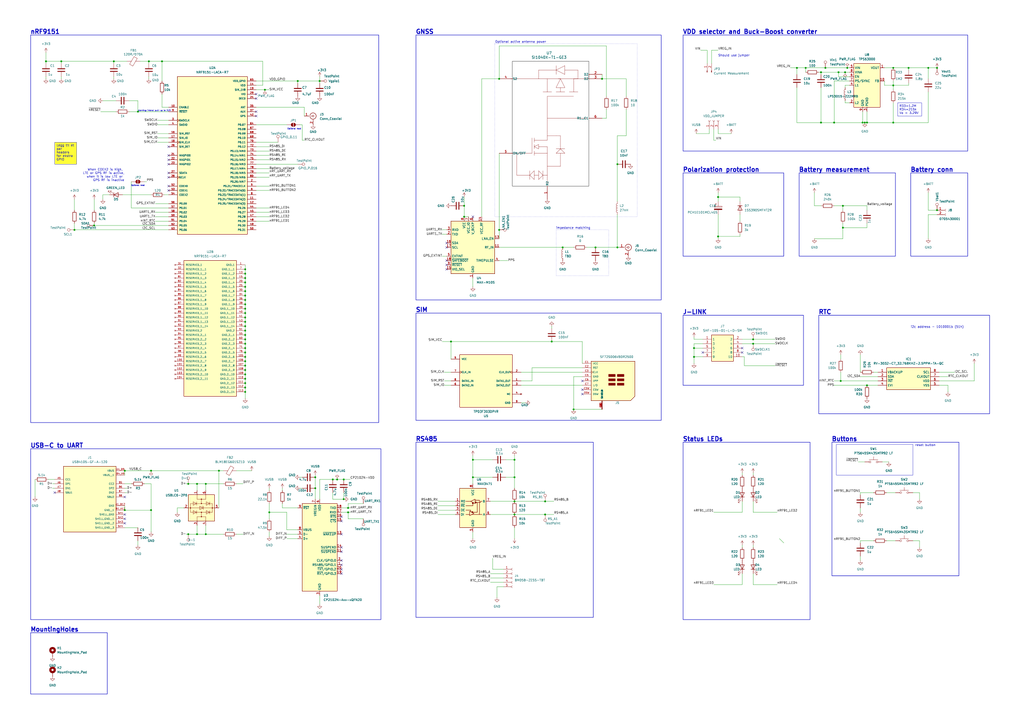
<source format=kicad_sch>
(kicad_sch (version 20250114) (generator "eeschema") (generator_version "9.0")
  (paper "A2")
  (title_block (title "IoF (Internet of Fish) nRF9151 board") (date "2026-02-01") (rev "version 26.0") (company "NTNU") (comment 1 "Designed by William Hammer"))
  (lib_symbols
    (symbol "+3V3_1" (power) (pin_numbers (hide yes)) (pin_names (offset 0) (hide yes))
      (property "Value" "+3V3" (at 0 3.556 0))
      (symbol "+3V3_1_1_1"
        (pin power_in line (at 0 0 90) (length 0) (hide yes) (name "+3V3") (number "1"))
      )
    )
    (symbol "+3V3_10" (power) (pin_numbers (hide yes)) (pin_names (offset 0) (hide yes))
      (property "Value" "+3V3" (at 0 3.556 0))
      (symbol "+3V3_10_1_1"
        (pin power_in line (at 0 0 90) (length 0) (hide yes) (name "+3V3") (number "1"))
      )
    )
    (symbol "+3V3_11" (power) (pin_numbers (hide yes)) (pin_names (offset 0) (hide yes))
      (property "Value" "+3V3" (at 0 3.556 0))
      (symbol "+3V3_11_1_1"
        (pin power_in line (at 0 0 90) (length 0) (hide yes) (name "+3V3") (number "1"))
      )
    )
    (symbol "+3V3_12" (power) (pin_numbers (hide yes)) (pin_names (offset 0) (hide yes))
      (property "Value" "+3V3" (at 0 3.556 0))
      (symbol "+3V3_12_1_1"
        (pin power_in line (at 0 0 90) (length 0) (hide yes) (name "+3V3") (number "1"))
      )
    )
    (symbol "+3V3_13" (power) (pin_numbers (hide yes)) (pin_names (offset 0) (hide yes))
      (property "Value" "+3V3" (at 0 3.556 0))
      (symbol "+3V3_13_1_1"
        (pin power_in line (at 0 0 90) (length 0) (hide yes) (name "+3V3") (number "1"))
      )
    )
    (symbol "+3V3_14" (power) (pin_numbers (hide yes)) (pin_names (offset 0) (hide yes))
      (property "Value" "+3V3" (at 0 3.556 0))
      (symbol "+3V3_14_1_1"
        (pin power_in line (at 0 0 90) (length 0) (hide yes) (name "+3V3") (number "1"))
      )
    )
    (symbol "+3V3_2" (power) (pin_numbers (hide yes)) (pin_names (offset 0) (hide yes))
      (property "Value" "+3V3" (at 0 3.556 0))
      (symbol "+3V3_2_1_1"
        (pin power_in line (at 0 0 90) (length 0) (hide yes) (name "+3V3") (number "1"))
      )
    )
    (symbol "+3V3_3" (power) (pin_numbers (hide yes)) (pin_names (offset 0) (hide yes))
      (property "Value" "+3V3" (at 0 3.556 0))
      (symbol "+3V3_3_1_1"
        (pin power_in line (at 0 0 90) (length 0) (hide yes) (name "+3V3") (number "1"))
      )
    )
    (symbol "+3V3_4" (power) (pin_numbers (hide yes)) (pin_names (offset 0) (hide yes))
      (property "Value" "+3V3" (at 0 3.556 0))
      (symbol "+3V3_4_1_1"
        (pin power_in line (at 0 0 90) (length 0) (hide yes) (name "+3V3") (number "1"))
      )
    )
    (symbol "+3V3_5" (power) (pin_numbers (hide yes)) (pin_names (offset 0) (hide yes))
      (property "Value" "+3V3" (at 0 3.556 0))
      (symbol "+3V3_5_1_1"
        (pin power_in line (at 0 0 90) (length 0) (hide yes) (name "+3V3") (number "1"))
      )
    )
    (symbol "+3V3_6" (power) (pin_numbers (hide yes)) (pin_names (offset 0) (hide yes))
      (property "Value" "+3V3" (at 0 3.556 0))
      (symbol "+3V3_6_1_1"
        (pin power_in line (at 0 0 90) (length 0) (hide yes) (name "+3V3") (number "1"))
      )
    )
    (symbol "+3V3_7" (power) (pin_numbers (hide yes)) (pin_names (offset 0) (hide yes))
      (property "Value" "+3V3" (at 0 3.556 0))
      (symbol "+3V3_7_1_1"
        (pin power_in line (at 0 0 90) (length 0) (hide yes) (name "+3V3") (number "1"))
      )
    )
    (symbol "+3V3_8" (power) (pin_numbers (hide yes)) (pin_names (offset 0) (hide yes))
      (property "Value" "+3V3" (at 0 3.556 0))
      (symbol "+3V3_8_1_1"
        (pin power_in line (at 0 0 90) (length 0) (hide yes) (name "+3V3") (number "1"))
      )
    )
    (symbol "+3V3_9" (power) (pin_numbers (hide yes)) (pin_names (offset 0) (hide yes))
      (property "Value" "+3V3" (at 0 3.556 0))
      (symbol "+3V3_9_1_1"
        (pin power_in line (at 0 0 90) (length 0) (hide yes) (name "+3V3") (number "1"))
      )
    )
    (symbol "+BATT_1" (power) (pin_numbers (hide yes)) (pin_names (offset 0) (hide yes))
      (property "Value" "+BATT" (at 0 3.556 0))
      (symbol "+BATT_1_1_1"
        (pin power_in line (at 0 0 90) (length 0) (hide yes) (name "+BATT") (number "1"))
      )
    )
    (symbol "+BATT_2" (power) (pin_numbers (hide yes)) (pin_names (offset 0) (hide yes))
      (property "Value" "+BATT" (at 0 3.556 0))
      (symbol "+BATT_2_1_1"
        (pin power_in line (at 0 0 90) (length 0) (hide yes) (name "+BATT") (number "1"))
      )
    )
    (symbol "+BATT_3" (power) (pin_numbers (hide yes)) (pin_names (offset 0) (hide yes))
      (property "Value" "+BATT" (at 0 3.556 0))
      (symbol "+BATT_3_1_1"
        (pin power_in line (at 0 0 90) (length 0) (hide yes) (name "+BATT") (number "1"))
      )
    )
    (symbol "+BATT_4" (power) (pin_numbers (hide yes)) (pin_names (offset 0) (hide yes))
      (property "Value" "+BATT" (at 0 3.556 0))
      (symbol "+BATT_4_1_1"
        (pin power_in line (at 0 0 90) (length 0) (hide yes) (name "+BATT") (number "1"))
      )
    )
    (symbol "Connector:Conn_01x02_Pin" (pin_names (offset 1.016) (hide yes))
      (property "Reference" "J" (at 0 2.54 0))
      (property "Value" "Conn_01x02_Pin" (at 0 -5.08 0))
      (symbol "Conn_01x02_Pin_1_1"
        (pin passive line (at 5.08 0 180) (length 3.81) (name "Pin_1") (number "1"))
        (pin passive line (at 5.08 -2.54 180) (length 3.81) (name "Pin_2") (number "2"))
      )
    )
    (symbol "Connector:Conn_01x02_Socket" (pin_names (offset 1.016) (hide yes))
      (property "Reference" "J" (at 0 2.54 0))
      (property "Value" "Conn_01x02_Socket" (at 0 -5.08 0))
      (symbol "Conn_01x02_Socket_1_1"
        (pin passive line (at -5.08 0 0) (length 3.81) (name "Pin_1") (number "1"))
        (pin passive line (at -5.08 -2.54 0) (length 3.81) (name "Pin_2") (number "2"))
      )
    )
    (symbol "Connector:Conn_01x03_Socket" (pin_names (offset 1.016) (hide yes))
      (property "Reference" "J" (at 0 5.08 0))
      (property "Value" "Conn_01x03_Socket" (at 0 -5.08 0))
      (symbol "Conn_01x03_Socket_1_1"
        (pin passive line (at -5.08 2.54 0) (length 3.81) (name "Pin_1") (number "1"))
        (pin passive line (at -5.08 0 0) (length 3.81) (name "Pin_2") (number "2"))
        (pin passive line (at -5.08 -2.54 0) (length 3.81) (name "Pin_3") (number "3"))
      )
    )
    (symbol "Connector:Conn_01x05_Socket" (pin_names (offset 1.016) (hide yes))
      (property "Reference" "J" (at 0 7.62 0))
      (property "Value" "Conn_01x05_Socket" (at 0 -7.62 0))
      (symbol "Conn_01x05_Socket_1_1"
        (pin passive line (at -5.08 5.08 0) (length 3.81) (name "Pin_1") (number "1"))
        (pin passive line (at -5.08 2.54 0) (length 3.81) (name "Pin_2") (number "2"))
        (pin passive line (at -5.08 0 0) (length 3.81) (name "Pin_3") (number "3"))
        (pin passive line (at -5.08 -2.54 0) (length 3.81) (name "Pin_4") (number "4"))
        (pin passive line (at -5.08 -5.08 0) (length 3.81) (name "Pin_5") (number "5"))
      )
    )
    (symbol "Connector:Conn_Coaxial" (pin_names (offset 1.016) (hide yes))
      (property "Reference" "J" (at 0.254 3.048 0))
      (property "Value" "Conn_Coaxial" (at 2.921 0 90))
      (symbol "Conn_Coaxial_1_1"
        (pin passive line (at -5.08 0 0) (length 2.54) (name "In") (number "1"))
        (pin passive line (at 0 -5.08 90) (length 2.54) (name "Ext") (number "2"))
      )
    )
    (symbol "Connector:TestPoint" (pin_numbers (hide yes)) (pin_names (offset 0.762) (hide yes))
      (property "Reference" "TP" (at 0 6.858 0))
      (property "Value" "TestPoint" (at 0 5.08 0))
      (symbol "TestPoint_1_1"
        (pin passive line (at 0 0 90) (length 2.54) (name "1") (number "1"))
      )
    )
    (symbol "Device:C" (pin_numbers (hide yes)) (pin_names (offset 0.254))
      (property "Reference" "C" (at 0.635 2.54 0))
      (property "Value" "C" (at 0.635 -2.54 0))
      (symbol "C_1_1"
        (pin passive line (at 0 3.81 270) (length 2.794) (name "~") (number "1"))
        (pin passive line (at 0 -3.81 90) (length 2.794) (name "~") (number "2"))
      )
    )
    (symbol "Device:C_Polarized" (pin_numbers (hide yes)) (pin_names (offset 0.254))
      (property "Reference" "C" (at 0.635 2.54 0))
      (property "Value" "C_Polarized" (at 0.635 -2.54 0))
      (symbol "C_Polarized_1_1"
        (pin passive line (at 0 3.81 270) (length 2.794) (name "~") (number "1"))
        (pin passive line (at 0 -3.81 90) (length 2.794) (name "~") (number "2"))
      )
    )
    (symbol "Device:D" (pin_numbers (hide yes)) (pin_names (offset 1.016) (hide yes))
      (property "Reference" "D" (at 0 2.54 0))
      (property "Value" "D" (at 0 -2.54 0))
      (symbol "D_1_1"
        (pin passive line (at -3.81 0 0) (length 2.54) (name "K") (number "1"))
        (pin passive line (at 3.81 0 180) (length 2.54) (name "A") (number "2"))
      )
    )
    (symbol "Device:FerriteBead" (pin_numbers (hide yes)) (pin_names (offset 0))
      (property "Reference" "FB" (at -3.81 0.635 90))
      (property "Value" "FerriteBead" (at 3.81 0 90))
      (symbol "FerriteBead_1_1"
        (pin passive line (at 0 3.81 270) (length 2.54) (name "~") (number "1"))
        (pin passive line (at 0 -3.81 90) (length 2.54) (name "~") (number "2"))
      )
    )
    (symbol "Device:L" (pin_numbers (hide yes)) (pin_names (offset 1.016) (hide yes))
      (property "Reference" "L" (at -1.27 0 90))
      (property "Value" "L" (at 1.905 0 90))
      (symbol "L_1_1"
        (pin passive line (at 0 3.81 270) (length 1.27) (name "1") (number "1"))
        (pin passive line (at 0 -3.81 90) (length 1.27) (name "2") (number "2"))
      )
    )
    (symbol "Device:LED" (pin_numbers (hide yes)) (pin_names (offset 1.016) (hide yes))
      (property "Reference" "D" (at 0 2.54 0))
      (property "Value" "LED" (at 0 -2.54 0))
      (symbol "LED_1_1"
        (pin passive line (at -3.81 0 0) (length 2.54) (name "K") (number "1"))
        (pin passive line (at 3.81 0 180) (length 2.54) (name "A") (number "2"))
      )
    )
    (symbol "Device:R" (pin_numbers (hide yes)) (pin_names (offset 0))
      (property "Reference" "R" (at 2.032 0 90))
      (property "Value" "R" (at 0 0 90))
      (symbol "R_1_1"
        (pin passive line (at 0 3.81 270) (length 1.27) (name "~") (number "1"))
        (pin passive line (at 0 -3.81 90) (length 1.27) (name "~") (number "2"))
      )
    )
    (symbol "FishIoTSymbol_Library.Library:RV-3032-C7_32.768KHZ-2.5PPM-TA-QC"
      (property "Reference" "IC" (at 13.97 11.43 0))
      (property "Value" "RV-3032-C7_32.768KHZ-2.5PPM-TA-QC" (at 13.97 8.89 0))
      (symbol "RV-3032-C7_32.768KHZ-2.5PPM-TA-QC_1_1"
        (pin passive line (at -17.78 3.81 0) (length 5.08) (name "VBACKUP") (number "1"))
        (pin passive line (at -17.78 1.27 0) (length 5.08) (name "SDA") (number "2"))
        (pin passive line (at -17.78 -1.27 0) (length 5.08) (name "~{INT}") (number "3"))
        (pin passive line (at -17.78 -3.81 0) (length 5.08) (name "EVI") (number "4"))
        (pin passive line (at 17.78 3.81 180) (length 5.08) (name "SCL") (number "8"))
        (pin passive line (at 17.78 1.27 180) (length 5.08) (name "CLKOUT") (number "7"))
        (pin passive line (at 17.78 -1.27 180) (length 5.08) (name "VDD") (number "6"))
        (pin passive line (at 17.78 -3.81 180) (length 5.08) (name "VSS") (number "5"))
      )
    )
    (symbol "FishIoTSymbol_Library.Library:SF72S006VBDR2500" (pin_names (offset 1.016))
      (property "Reference" "J" (at 0 -12.7 0))
      (property "Value" "SF72S006VBDR2500" (at -8.89 13.97 0))
      (symbol "SF72S006VBDR2500_0_0"
        (pin power_in line (at -17.78 11.43 0) (length 5.08) (name "VCC") (number "C1"))
        (pin bidirectional line (at -17.78 8.89 0) (length 5.08) (name "RST") (number "C2"))
        (pin bidirectional clock (at -17.78 6.35 0) (length 5.08) (name "CLK") (number "C3"))
        (pin power_in line (at -17.78 3.81 0) (length 5.08) (name "GND") (number "C5"))
        (pin power_in line (at -17.78 1.27 0) (length 5.08) (name "VPP") (number "C6"))
        (pin bidirectional line (at -17.78 -1.27 0) (length 5.08) (name "I/O") (number "C7"))
        (pin bidirectional line (at -17.78 -3.81 0) (length 5.08) (name "CSW") (number "CSW"))
        (pin bidirectional line (at -17.78 -6.35 0) (length 5.08) (name "DSW") (number "DSW"))
        (pin passive line (at -6.35 -15.24 90) (length 5.08) (name "SHIELD") (number "G1"))
        (pin passive line (at -6.35 -15.24 90) (length 5.08) (name "SHIELD") (number "G10"))
        (pin passive line (at -6.35 -15.24 90) (length 5.08) (name "SHIELD") (number "G2"))
        (pin passive line (at -6.35 -15.24 90) (length 5.08) (name "SHIELD") (number "G3"))
        (pin passive line (at -6.35 -15.24 90) (length 5.08) (name "SHIELD") (number "G4"))
        (pin passive line (at -6.35 -15.24 90) (length 5.08) (name "SHIELD") (number "G5"))
        (pin passive line (at -6.35 -15.24 90) (length 5.08) (name "SHIELD") (number "G6"))
        (pin passive line (at -6.35 -15.24 90) (length 5.08) (name "SHIELD") (number "G7"))
        (pin passive line (at -6.35 -15.24 90) (length 5.08) (name "SHIELD") (number "G8"))
        (pin passive line (at -6.35 -15.24 90) (length 5.08) (name "SHIELD") (number "G9"))
      )
    )
    (symbol "FishIoTSymbol_Library.Library:SHF-105-01-L-D-SM"
      (property "Reference" "J" (at 19.05 7.62 0))
      (property "Value" "SHF-105-01-L-D-SM" (at 19.05 5.08 0))
      (symbol "SHF-105-01-L-D-SM_1_1"
        (pin passive line (at 0 0 0) (length 5.08) (name "1") (number "1"))
        (pin passive line (at 0 -2.54 0) (length 5.08) (name "3") (number "3"))
        (pin passive line (at 0 -5.08 0) (length 5.08) (name "5") (number "5"))
        (pin passive line (at 0 -7.62 0) (length 5.08) (name "7") (number "7"))
        (pin passive line (at 0 -10.16 0) (length 5.08) (name "9") (number "9"))
        (pin passive line (at 22.86 0 180) (length 5.08) (name "2") (number "2"))
        (pin passive line (at 22.86 -2.54 180) (length 5.08) (name "4") (number "4"))
        (pin passive line (at 22.86 -5.08 180) (length 5.08) (name "6") (number "6"))
        (pin passive line (at 22.86 -7.62 180) (length 5.08) (name "8") (number "8"))
        (pin passive line (at 22.86 -10.16 180) (length 5.08) (name "10") (number "10"))
      )
    )
    (symbol "FishIoTSymbol_Library.Library:TPD3F303DPVR" (pin_names (offset 1.016))
      (property "Reference" "U" (at -15.24 16.24 0))
      (property "Value" "TPD3F303DPVR" (at -15.24 -19.24 0))
      (symbol "TPD3F303DPVR_0_0"
        (pin power_in line (at -20.32 12.7 0) (length 5.08) (name "VCC") (number "5"))
        (pin input clock (at -20.32 5.08 0) (length 5.08) (name "CLK_IN") (number "7"))
        (pin input line (at -20.32 0 0) (length 5.08) (name "DATA1_IN") (number "8"))
        (pin input line (at -20.32 -2.54 0) (length 5.08) (name "DATA2_IN") (number "6"))
        (pin output clock (at 20.32 5.08 180) (length 5.08) (name "CLK_OUT") (number "2"))
        (pin output line (at 20.32 0 180) (length 5.08) (name "DATA1_OUT") (number "1"))
        (pin output line (at 20.32 -2.54 180) (length 5.08) (name "DATA2_OUT") (number "3"))
        (pin no_connect line (at 20.32 -7.62 180) (length 5.08) (name "NC") (number "4"))
        (pin power_in line (at 20.32 -12.7 180) (length 5.08) (name "GND") (number "9"))
      )
    )
    (symbol "GND_1" (power) (pin_numbers (hide yes)) (pin_names (offset 0) (hide yes))
      (property "Value" "GND" (at 0 -3.81 0))
      (symbol "GND_1_1_1"
        (pin power_in line (at 0 0 270) (length 0) (name "~") (number "1"))
      )
    )
    (symbol "GND_10" (power) (pin_numbers (hide yes)) (pin_names (offset 0) (hide yes))
      (property "Value" "GND" (at 0 -3.81 0))
      (symbol "GND_10_1_1"
        (pin power_in line (at 0 0 270) (length 0) (hide yes) (name "GND") (number "1"))
      )
    )
    (symbol "GND_11" (power) (pin_numbers (hide yes)) (pin_names (offset 0) (hide yes))
      (property "Value" "GND" (at 0 -3.81 0))
      (symbol "GND_11_1_1"
        (pin power_in line (at 0 0 270) (length 0) (name "~") (number "1"))
      )
    )
    (symbol "GND_12" (power) (pin_numbers (hide yes)) (pin_names (offset 0) (hide yes))
      (property "Value" "GND" (at 0 -3.81 0))
      (symbol "GND_12_1_1"
        (pin power_in line (at 0 0 270) (length 0) (hide yes) (name "GND") (number "1"))
      )
    )
    (symbol "GND_13" (power) (pin_numbers (hide yes)) (pin_names (offset 0) (hide yes))
      (property "Value" "GND" (at 0 -3.81 0))
      (symbol "GND_13_1_1"
        (pin power_in line (at 0 0 270) (length 0) (name "~") (number "1"))
      )
    )
    (symbol "GND_14" (power) (pin_numbers (hide yes)) (pin_names (offset 0) (hide yes))
      (property "Value" "GND" (at 0 -3.81 0))
      (symbol "GND_14_1_1"
        (pin power_in line (at 0 0 270) (length 0) (hide yes) (name "GND") (number "1"))
      )
    )
    (symbol "GND_15" (power) (pin_numbers (hide yes)) (pin_names (offset 0) (hide yes))
      (property "Value" "GND" (at 0 -3.81 0))
      (symbol "GND_15_1_1"
        (pin power_in line (at 0 0 270) (length 0) (hide yes) (name "GND") (number "1"))
      )
    )
    (symbol "GND_16" (power) (pin_numbers (hide yes)) (pin_names (offset 0) (hide yes))
      (property "Value" "GND" (at 0 -3.81 0))
      (symbol "GND_16_1_1"
        (pin power_in line (at 0 0 270) (length 0) (hide yes) (name "GND") (number "1"))
      )
    )
    (symbol "GND_17" (power) (pin_numbers (hide yes)) (pin_names (offset 0) (hide yes))
      (property "Value" "GND" (at 0 -3.81 0))
      (symbol "GND_17_1_1"
        (pin power_in line (at 0 0 270) (length 0) (hide yes) (name "GND") (number "1"))
      )
    )
    (symbol "GND_18" (power) (pin_numbers (hide yes)) (pin_names (offset 0) (hide yes))
      (property "Value" "GND" (at 0 -3.81 0))
      (symbol "GND_18_1_1"
        (pin power_in line (at 0 0 270) (length 0) (hide yes) (name "GND") (number "1"))
      )
    )
    (symbol "GND_19" (power) (pin_numbers (hide yes)) (pin_names (offset 0) (hide yes))
      (property "Value" "GND" (at 0 -3.81 0))
      (symbol "GND_19_1_1"
        (pin power_in line (at 0 0 270) (length 0) (hide yes) (name "GND") (number "1"))
      )
    )
    (symbol "GND_2" (power) (pin_numbers (hide yes)) (pin_names (offset 0) (hide yes))
      (property "Value" "GND" (at 0 -3.81 0))
      (symbol "GND_2_1_1"
        (pin power_in line (at 0 0 270) (length 0) (hide yes) (name "GND") (number "1"))
      )
    )
    (symbol "GND_20" (power) (pin_numbers (hide yes)) (pin_names (offset 0) (hide yes))
      (property "Value" "GND" (at 0 -3.81 0))
      (symbol "GND_20_1_1"
        (pin power_in line (at 0 0 270) (length 0) (hide yes) (name "GND") (number "1"))
      )
    )
    (symbol "GND_21" (power) (pin_numbers (hide yes)) (pin_names (offset 0) (hide yes))
      (property "Value" "GND" (at 0 -3.81 0))
      (symbol "GND_21_1_1"
        (pin power_in line (at 0 0 270) (length 0) (hide yes) (name "GND") (number "1"))
      )
    )
    (symbol "GND_22" (power) (pin_numbers (hide yes)) (pin_names (offset 0) (hide yes))
      (property "Value" "GND" (at 0 -3.81 0))
      (symbol "GND_22_1_1"
        (pin power_in line (at 0 0 270) (length 0) (hide yes) (name "GND") (number "1"))
      )
    )
    (symbol "GND_23" (power) (pin_numbers (hide yes)) (pin_names (offset 0) (hide yes))
      (property "Value" "GND" (at 0 -3.81 0))
      (symbol "GND_23_1_1"
        (pin power_in line (at 0 0 270) (length 0) (hide yes) (name "GND") (number "1"))
      )
    )
    (symbol "GND_24" (power) (pin_numbers (hide yes)) (pin_names (offset 0) (hide yes))
      (property "Value" "GND" (at 0 -3.81 0))
      (symbol "GND_24_1_1"
        (pin power_in line (at 0 0 270) (length 0) (hide yes) (name "GND") (number "1"))
      )
    )
    (symbol "GND_25" (power) (pin_numbers (hide yes)) (pin_names (offset 0) (hide yes))
      (property "Value" "GND" (at 0 -3.81 0))
      (symbol "GND_25_1_1"
        (pin power_in line (at 0 0 270) (length 0) (hide yes) (name "GND") (number "1"))
      )
    )
    (symbol "GND_26" (power) (pin_numbers (hide yes)) (pin_names (offset 0) (hide yes))
      (property "Value" "GND" (at 0 -3.81 0))
      (symbol "GND_26_1_1"
        (pin power_in line (at 0 0 270) (length 0) (hide yes) (name "GND") (number "1"))
      )
    )
    (symbol "GND_27" (power) (pin_numbers (hide yes)) (pin_names (offset 0) (hide yes))
      (property "Value" "GND" (at 0 -3.81 0))
      (symbol "GND_27_1_1"
        (pin power_in line (at 0 0 270) (length 0) (hide yes) (name "GND") (number "1"))
      )
    )
    (symbol "GND_28" (power) (pin_numbers (hide yes)) (pin_names (offset 0) (hide yes))
      (property "Value" "GND" (at 0 -3.81 0))
      (symbol "GND_28_1_1"
        (pin power_in line (at 0 0 270) (length 0) (hide yes) (name "GND") (number "1"))
      )
    )
    (symbol "GND_29" (power) (pin_numbers (hide yes)) (pin_names (offset 0) (hide yes))
      (property "Value" "GND" (at 0 -3.81 0))
      (symbol "GND_29_1_1"
        (pin power_in line (at 0 0 270) (length 0) (hide yes) (name "GND") (number "1"))
      )
    )
    (symbol "GND_3" (power) (pin_numbers (hide yes)) (pin_names (offset 0) (hide yes))
      (property "Value" "GND" (at 0 -3.81 0))
      (symbol "GND_3_1_1"
        (pin power_in line (at 0 0 270) (length 0) (hide yes) (name "GND") (number "1"))
      )
    )
    (symbol "GND_30" (power) (pin_numbers (hide yes)) (pin_names (offset 0) (hide yes))
      (property "Value" "GND" (at 0 -3.81 0))
      (symbol "GND_30_1_1"
        (pin power_in line (at 0 0 270) (length 0) (hide yes) (name "GND") (number "1"))
      )
    )
    (symbol "GND_31" (power) (pin_numbers (hide yes)) (pin_names (offset 0) (hide yes))
      (property "Value" "GND" (at 0 -3.81 0))
      (symbol "GND_31_1_1"
        (pin power_in line (at 0 0 270) (length 0) (hide yes) (name "GND") (number "1"))
      )
    )
    (symbol "GND_32" (power) (pin_numbers (hide yes)) (pin_names (offset 0) (hide yes))
      (property "Value" "GND" (at 0 -3.81 0))
      (symbol "GND_32_1_1"
        (pin power_in line (at 0 0 270) (length 0) (hide yes) (name "GND") (number "1"))
      )
    )
    (symbol "GND_34" (power) (pin_numbers (hide yes)) (pin_names (offset 0) (hide yes))
      (property "Value" "GND" (at 0 -3.81 0))
      (symbol "GND_34_1_1"
        (pin power_in line (at 0 0 270) (length 0) (hide yes) (name "GND") (number "1"))
      )
    )
    (symbol "GND_35" (power) (pin_numbers (hide yes)) (pin_names (offset 0) (hide yes))
      (property "Value" "GND" (at 0 -3.81 0))
      (symbol "GND_35_1_1"
        (pin power_in line (at 0 0 270) (length 0) (hide yes) (name "GND") (number "1"))
      )
    )
    (symbol "GND_36" (power) (pin_numbers (hide yes)) (pin_names (offset 0) (hide yes))
      (property "Value" "GND" (at 0 -3.81 0))
      (symbol "GND_36_1_1"
        (pin power_in line (at 0 0 270) (length 0) (hide yes) (name "GND") (number "1"))
      )
    )
    (symbol "GND_37" (power) (pin_numbers (hide yes)) (pin_names (offset 0) (hide yes))
      (property "Value" "GND" (at 0 -3.81 0))
      (symbol "GND_37_1_1"
        (pin power_in line (at 0 0 270) (length 0) (hide yes) (name "GND") (number "1"))
      )
    )
    (symbol "GND_39" (power) (pin_numbers (hide yes)) (pin_names (offset 0) (hide yes))
      (property "Value" "GND" (at 0 -3.81 0))
      (symbol "GND_39_1_1"
        (pin power_in line (at 0 0 270) (length 0) (hide yes) (name "GND") (number "1"))
      )
    )
    (symbol "GND_4" (power) (pin_numbers (hide yes)) (pin_names (offset 0) (hide yes))
      (property "Value" "GND" (at 0 -3.81 0))
      (symbol "GND_4_1_1"
        (pin power_in line (at 0 0 270) (length 0) (hide yes) (name "GND") (number "1"))
      )
    )
    (symbol "GND_41" (power) (pin_numbers (hide yes)) (pin_names (offset 0) (hide yes))
      (property "Value" "GND" (at 0 -3.81 0))
      (symbol "GND_41_1_1"
        (pin power_in line (at 0 0 270) (length 0) (name "~") (number "1"))
      )
    )
    (symbol "GND_42" (power) (pin_numbers (hide yes)) (pin_names (offset 0) (hide yes))
      (property "Value" "GND" (at 0 -3.81 0))
      (symbol "GND_42_1_1"
        (pin power_in line (at 0 0 270) (length 0) (hide yes) (name "GND") (number "1"))
      )
    )
    (symbol "GND_43" (power) (pin_numbers (hide yes)) (pin_names (offset 0) (hide yes))
      (property "Value" "GND" (at 0 -3.81 0))
      (symbol "GND_43_1_1"
        (pin power_in line (at 0 0 270) (length 0) (hide yes) (name "GND") (number "1"))
      )
    )
    (symbol "GND_5" (power) (pin_numbers (hide yes)) (pin_names (offset 0) (hide yes))
      (property "Value" "GND" (at 0 -3.81 0))
      (symbol "GND_5_1_1"
        (pin power_in line (at 0 0 270) (length 0) (hide yes) (name "GND") (number "1"))
      )
    )
    (symbol "GND_6" (power) (pin_numbers (hide yes)) (pin_names (offset 0) (hide yes))
      (property "Value" "GND" (at 0 -3.81 0))
      (symbol "GND_6_1_1"
        (pin power_in line (at 0 0 270) (length 0) (name "~") (number "1"))
      )
    )
    (symbol "GND_7" (power) (pin_numbers (hide yes)) (pin_names (offset 0) (hide yes))
      (property "Value" "GND" (at 0 -3.81 0))
      (symbol "GND_7_1_1"
        (pin power_in line (at 0 0 270) (length 0) (hide yes) (name "GND") (number "1"))
      )
    )
    (symbol "GND_9" (power) (pin_numbers (hide yes)) (pin_names (offset 0) (hide yes))
      (property "Value" "GND" (at 0 -3.81 0))
      (symbol "GND_9_1_1"
        (pin power_in line (at 0 0 270) (length 0) (hide yes) (name "GND") (number "1"))
      )
    )
    (symbol "Interface_UART:MAX3483"
      (property "Reference" "U" (at -6.096 11.43 0))
      (property "Value" "MAX3483" (at 0.762 11.43 0))
      (symbol "MAX3483_1_1"
        (pin output line (at -10.16 2.54 0) (length 2.54) (name "RO") (number "1"))
        (pin input line (at -10.16 0 0) (length 2.54) (name "~{RE}") (number "2"))
        (pin input line (at -10.16 -2.54 0) (length 2.54) (name "DE") (number "3"))
        (pin input line (at -10.16 -5.08 0) (length 2.54) (name "DI") (number "4"))
        (pin power_in line (at 0 12.7 270) (length 2.54) (name "VCC") (number "8"))
        (pin power_in line (at 0 -15.24 90) (length 2.54) (name "GND") (number "5"))
        (pin bidirectional line (at 10.16 2.54 180) (length 2.54) (name "B") (number "7"))
        (pin bidirectional line (at 10.16 -5.08 180) (length 2.54) (name "A") (number "6"))
      )
    )
    (symbol "Interface_USB:CP2102N-Axx-xQFN20"
      (property "Reference" "U" (at -8.89 26.67 0))
      (property "Value" "CP2102N-Axx-xQFN20" (at 12.7 26.67 0))
      (symbol "CP2102N-Axx-xQFN20_1_1"
        (pin input line (at -12.7 22.86 0) (length 2.54) (name "~{RST}") (number "9"))
        (pin input line (at -12.7 10.16 0) (length 2.54) (name "VBUS") (number "8"))
        (pin bidirectional line (at -12.7 7.62 0) (length 2.54) (name "D-") (number "5"))
        (pin bidirectional line (at -12.7 5.08 0) (length 2.54) (name "D+") (number "4"))
        (pin no_connect line (at -10.16 -22.86 0) (length 2.54) (hide yes) (name "NC") (number "10"))
        (pin power_in line (at -2.54 27.94 270) (length 2.54) (name "VREGIN") (number "7"))
        (pin power_in line (at 0 27.94 270) (length 2.54) (name "VDD") (number "6"))
        (pin passive line (at 0 -27.94 90) (length 2.54) (hide yes) (name "GND") (number "12"))
        (pin passive line (at 0 -27.94 90) (length 2.54) (hide yes) (name "GND") (number "21"))
        (pin power_in line (at 0 -27.94 90) (length 2.54) (name "GND") (number "3"))
        (pin output line (at 12.7 22.86 180) (length 2.54) (name "TXD") (number "18"))
        (pin input line (at 12.7 20.32 180) (length 2.54) (name "RXD") (number "17"))
        (pin output line (at 12.7 17.78 180) (length 2.54) (name "~{RTS}") (number "16"))
        (pin input line (at 12.7 15.24 180) (length 2.54) (name "~{CTS}") (number "15"))
        (pin input line (at 12.7 7.62 180) (length 2.54) (name "~{WAKEUP}") (number "13"))
        (pin output line (at 12.7 0 180) (length 2.54) (name "SUSPEND") (number "14"))
        (pin output line (at 12.7 -2.54 180) (length 2.54) (name "~{SUSPEND}") (number "11"))
        (pin bidirectional line (at 12.7 -7.62 180) (length 2.54) (name "CLK/GPIO.0") (number "2"))
        (pin bidirectional line (at 12.7 -10.16 180) (length 2.54) (name "RS485/GPIO.1") (number "1"))
        (pin bidirectional line (at 12.7 -12.7 180) (length 2.54) (name "~{TXT}/GPIO.2") (number "20"))
        (pin bidirectional line (at 12.7 -15.24 180) (length 2.54) (name "~{RXT}/GPIO.3") (number "19"))
      )
    )
    (symbol "Jumper:SolderJumper_2_Open" (pin_numbers (hide yes)) (pin_names (offset 0) (hide yes)) (in_bom no)
      (property "Reference" "JP" (at 0 2.032 0))
      (property "Value" "SolderJumper_2_Open" (at 0 -2.54 0))
      (symbol "SolderJumper_2_Open_1_1"
        (pin passive line (at -3.81 0 0) (length 2.54) (name "A") (number "1"))
        (pin passive line (at 3.81 0 180) (length 2.54) (name "B") (number "2"))
      )
    )
    (symbol "Mechanical:MountingHole_Pad" (pin_numbers (hide yes)) (pin_names (offset 1.016) (hide yes))
      (property "Reference" "H" (at 0 6.35 0))
      (property "Value" "MountingHole_Pad" (at 0 4.445 0))
      (symbol "MountingHole_Pad_1_1"
        (pin input line (at 0 -2.54 90) (length 2.54) (name "1") (number "1"))
      )
    )
    (symbol "MountingHole_Pad_2" (pin_numbers (hide yes)) (pin_names (offset 1.016) (hide yes))
      (property "Reference" "H" (at 0 6.35 0))
      (property "Value" "MountingHole_Pad" (at 0 4.445 0))
      (symbol "MountingHole_Pad_2_1_1"
        (pin input line (at 0 -2.54 90) (length 2.54) (name "1") (number "1"))
      )
    )
    (symbol "NRF9151-LACA-R7:NRF9151-LACA-R7" (pin_names (offset 1.016))
      (property "Reference" "U" (at -20.32 48.26 0))
      (property "Value" "NRF9151-LACA-R7" (at -20.32 -48.26 0))
      (symbol "NRF9151-LACA-R7_1_0"
        (pin input line (at -25.4 27.94 0) (length 5.08) (name "ENABLE") (number "10"))
        (pin input line (at -25.4 25.4 0) (length 5.08) (name "~{RESET}") (number "9"))
        (pin input clock (at -25.4 20.32 0) (length 5.08) (name "SWDCLK") (number "3"))
        (pin bidirectional line (at -25.4 17.78 0) (length 5.08) (name "SWDIO") (number "4"))
        (pin bidirectional line (at -25.4 12.7 0) (length 5.08) (name "SIM_RST") (number "16"))
        (pin bidirectional line (at -25.4 10.16 0) (length 5.08) (name "SIM_IO") (number "17"))
        (pin bidirectional clock (at -25.4 7.62 0) (length 5.08) (name "SIM_CLK") (number "18"))
        (pin bidirectional line (at -25.4 5.08 0) (length 5.08) (name "SIM_DET") (number "26"))
        (pin bidirectional line (at -25.4 0 0) (length 5.08) (name "MAGPIO0") (number "21"))
        (pin bidirectional line (at -25.4 -2.54 0) (length 5.08) (name "MAGPIO1") (number "22"))
        (pin bidirectional line (at -25.4 -5.08 0) (length 5.08) (name "MAGPIO2") (number "23"))
        (pin bidirectional line (at -25.4 -10.16 0) (length 5.08) (name "SDATA") (number "27"))
        (pin bidirectional clock (at -25.4 -12.7 0) (length 5.08) (name "SCLK") (number "28"))
        (pin bidirectional line (at -25.4 -17.78 0) (length 5.08) (name "COEX0") (number "52"))
        (pin bidirectional line (at -25.4 -20.32 0) (length 5.08) (name "COEX1") (number "53"))
        (pin bidirectional line (at -25.4 -22.86 0) (length 5.08) (name "COEX2") (number "54"))
        (pin bidirectional line (at -25.4 -27.94 0) (length 5.08) (name "P0.00") (number "56"))
        (pin bidirectional line (at -25.4 -30.48 0) (length 5.08) (name "P0.01") (number "57"))
        (pin bidirectional line (at -25.4 -33.02 0) (length 5.08) (name "P0.02") (number "58"))
        (pin bidirectional line (at -25.4 -35.56 0) (length 5.08) (name "P0.03") (number "59"))
        (pin bidirectional line (at -25.4 -38.1 0) (length 5.08) (name "P0.04") (number "61"))
        (pin bidirectional line (at -25.4 -40.64 0) (length 5.08) (name "P0.05") (number "62"))
        (pin bidirectional line (at -25.4 -43.18 0) (length 5.08) (name "P0.06") (number "63"))
        (pin power_in line (at 25.4 43.18 180) (length 5.08) (name "VDD_GPIO") (number "65"))
        (pin power_in line (at 25.4 40.64 180) (length 5.08) (name "VDD") (number "14"))
        (pin power_in line (at 25.4 38.1 180) (length 5.08) (name "SIM_1V8") (number "19"))
        (pin power_in line (at 25.4 35.56 180) (length 5.08) (name "VIO") (number "29"))
        (pin power_in line (at 25.4 33.02 180) (length 5.08) (name "DEC0") (number "24"))
        (pin bidirectional line (at 25.4 27.94 180) (length 5.08) (name "ANT") (number "35"))
        (pin bidirectional line (at 25.4 25.4 180) (length 5.08) (name "AUX") (number "37"))
        (pin bidirectional line (at 25.4 22.86 180) (length 5.08) (name "GPS") (number "42"))
        (pin bidirectional line (at 25.4 17.78 180) (length 5.08) (name "P0.07") (number "64"))
        (pin bidirectional line (at 25.4 15.24 180) (length 5.08) (name "P0.08") (number "67"))
        (pin bidirectional line (at 25.4 12.7 180) (length 5.08) (name "P0.09") (number "68"))
        (pin bidirectional line (at 25.4 10.16 180) (length 5.08) (name "P0.10") (number "69"))
        (pin bidirectional line (at 25.4 7.62 180) (length 5.08) (name "P0.11") (number "70"))
        (pin bidirectional line (at 25.4 5.08 180) (length 5.08) (name "P0.12") (number "72"))
        (pin bidirectional line (at 25.4 2.54 180) (length 5.08) (name "P0.13/AIN0") (number "73"))
        (pin bidirectional line (at 25.4 0 180) (length 5.08) (name "P0.14/AIN1") (number "74"))
        (pin bidirectional line (at 25.4 -2.54 180) (length 5.08) (name "P0.15/AIN2") (number "75"))
        (pin bidirectional line (at 25.4 -5.08 180) (length 5.08) (name "P0.16/AIN3") (number "77"))
        (pin bidirectional line (at 25.4 -7.62 180) (length 5.08) (name "P0.17/AIN4") (number "78"))
        (pin bidirectional line (at 25.4 -10.16 180) (length 5.08) (name "P0.18/AIN5") (number "79"))
        (pin bidirectional line (at 25.4 -12.7 180) (length 5.08) (name "P0.19/AIN6") (number "80"))
        (pin bidirectional line (at 25.4 -15.24 180) (length 5.08) (name "P0.20/AIN7") (number "2"))
        (pin bidirectional line (at 25.4 -17.78 180) (length 5.08) (name "P0.21/TRACECLK") (number "5"))
        (pin bidirectional line (at 25.4 -20.32 180) (length 5.08) (name "P0.22/TRACEDATA(0)") (number "6"))
        (pin bidirectional line (at 25.4 -22.86 180) (length 5.08) (name "P0.23/TRACEDATA(1)") (number "8"))
        (pin bidirectional line (at 25.4 -25.4 180) (length 5.08) (name "P0.24/TRACEDATA(2)") (number "11"))
        (pin bidirectional line (at 25.4 -27.94 180) (length 5.08) (name "P0.25/TRACEDATA(3)") (number "12"))
        (pin bidirectional line (at 25.4 -30.48 180) (length 5.08) (name "P0.26") (number "44"))
        (pin bidirectional line (at 25.4 -33.02 180) (length 5.08) (name "P0.27") (number "45"))
        (pin bidirectional line (at 25.4 -35.56 180) (length 5.08) (name "P0.28") (number "47"))
        (pin bidirectional line (at 25.4 -38.1 180) (length 5.08) (name "P0.29") (number "48"))
        (pin bidirectional line (at 25.4 -40.64 180) (length 5.08) (name "P0.30") (number "49"))
        (pin bidirectional line (at 25.4 -43.18 180) (length 5.08) (name "P0.31") (number "50"))
      )
      (symbol "NRF9151-LACA-R7_2_0"
        (pin no_connect line (at -20.32 0 0) (length 5.08) (name "RESERVED_1") (number "31"))
        (pin no_connect line (at -20.32 -2.54 0) (length 5.08) (name "RESERVED_1__1") (number "32"))
        (pin no_connect line (at -20.32 -5.08 0) (length 5.08) (name "RESERVED_1__2") (number "33"))
        (pin no_connect line (at -20.32 -7.62 0) (length 5.08) (name "RESERVED_1__3") (number "81"))
        (pin no_connect line (at -20.32 -10.16 0) (length 5.08) (name "RESERVED_1__4") (number "82"))
        (pin no_connect line (at -20.32 -12.7 0) (length 5.08) (name "RESERVED_1__5") (number "83"))
        (pin no_connect line (at -20.32 -15.24 0) (length 5.08) (name "RESERVED_1__6") (number "84"))
        (pin no_connect line (at -20.32 -17.78 0) (length 5.08) (name "RESERVED_1__7") (number "85"))
        (pin no_connect line (at -20.32 -20.32 0) (length 5.08) (name "RESERVED_1__8") (number "86"))
        (pin no_connect line (at -20.32 -22.86 0) (length 5.08) (name "RESERVED_1__9") (number "87"))
        (pin no_connect line (at -20.32 -25.4 0) (length 5.08) (name "RESERVED_1__10") (number "88"))
        (pin no_connect line (at -20.32 -27.94 0) (length 5.08) (name "RESERVED_1__11") (number "89"))
        (pin no_connect line (at -20.32 -30.48 0) (length 5.08) (name "RESERVED_1__12") (number "90"))
        (pin no_connect line (at -20.32 -33.02 0) (length 5.08) (name "RESERVED_1__13") (number "91"))
        (pin no_connect line (at -20.32 -35.56 0) (length 5.08) (name "RESERVED_1__14") (number "92"))
        (pin no_connect line (at -20.32 -38.1 0) (length 5.08) (name "RESERVED_2") (number "93"))
        (pin no_connect line (at -20.32 -40.64 0) (length 5.08) (name "RESERVED_2__1") (number "94"))
        (pin no_connect line (at -20.32 -43.18 0) (length 5.08) (name "RESERVED_2__2") (number "95"))
        (pin no_connect line (at -20.32 -45.72 0) (length 5.08) (name "RESERVED_2__3") (number "96"))
        (pin no_connect line (at -20.32 -48.26 0) (length 5.08) (name "RESERVED_2__4") (number "97"))
        (pin no_connect line (at -20.32 -50.8 0) (length 5.08) (name "RESERVED_2__5") (number "98"))
        (pin no_connect line (at -20.32 -53.34 0) (length 5.08) (name "RESERVED_2__6") (number "99"))
        (pin no_connect line (at -20.32 -55.88 0) (length 5.08) (name "RESERVED_2__7") (number "100"))
        (pin no_connect line (at -20.32 -58.42 0) (length 5.08) (name "RESERVED_2__8") (number "101"))
        (pin no_connect line (at -20.32 -60.96 0) (length 5.08) (name "RESERVED_2__9") (number "102"))
        (pin no_connect line (at -20.32 -63.5 0) (length 5.08) (name "RESERVED_2__10") (number "103"))
        (pin no_connect line (at -20.32 -66.04 0) (length 5.08) (name "RESERVED_2__11") (number "104"))
        (pin power_in line (at 20.32 0 180) (length 5.08) (name "GND_1") (number "1"))
        (pin power_in line (at 20.32 -2.54 180) (length 5.08) (name "GND_1__1") (number "7"))
        (pin power_in line (at 20.32 -5.08 180) (length 5.08) (name "GND_1__2") (number "13"))
        (pin power_in line (at 20.32 -7.62 180) (length 5.08) (name "GND_1__3") (number "15"))
        (pin power_in line (at 20.32 -10.16 180) (length 5.08) (name "GND_1__4") (number "20"))
        (pin power_in line (at 20.32 -12.7 180) (length 5.08) (name "GND_1__5") (number "25"))
        (pin power_in line (at 20.32 -15.24 180) (length 5.08) (name "GND_1__6") (number "30"))
        (pin power_in line (at 20.32 -17.78 180) (length 5.08) (name "GND_1__7") (number "34"))
        (pin power_in line (at 20.32 -20.32 180) (length 5.08) (name "GND_1__8") (number "36"))
        (pin power_in line (at 20.32 -22.86 180) (length 5.08) (name "GND_1__9") (number "38"))
        (pin power_in line (at 20.32 -25.4 180) (length 5.08) (name "GND_1__10") (number "39"))
        (pin power_in line (at 20.32 -27.94 180) (length 5.08) (name "GND_1__11") (number "40"))
        (pin power_in line (at 20.32 -30.48 180) (length 5.08) (name "GND_1__12") (number "41"))
        (pin power_in line (at 20.32 -33.02 180) (length 5.08) (name "GND_1__13") (number "43"))
        (pin power_in line (at 20.32 -35.56 180) (length 5.08) (name "GND_1__14") (number "46"))
        (pin power_in line (at 20.32 -38.1 180) (length 5.08) (name "GND_2") (number "51"))
        (pin power_in line (at 20.32 -40.64 180) (length 5.08) (name "GND_2__1") (number "55"))
        (pin power_in line (at 20.32 -43.18 180) (length 5.08) (name "GND_2__2") (number "60"))
        (pin power_in line (at 20.32 -45.72 180) (length 5.08) (name "GND_2__3") (number "66"))
        (pin power_in line (at 20.32 -48.26 180) (length 5.08) (name "GND_2__4") (number "71"))
        (pin power_in line (at 20.32 -50.8 180) (length 5.08) (name "GND_2__5") (number "76"))
        (pin power_in line (at 20.32 -53.34 180) (length 5.08) (name "GND_2__6") (number "105"))
        (pin power_in line (at 20.32 -55.88 180) (length 5.08) (name "GND_2__7") (number "106"))
        (pin power_in line (at 20.32 -58.42 180) (length 5.08) (name "GND_2__8") (number "107"))
        (pin power_in line (at 20.32 -60.96 180) (length 5.08) (name "GND_2__9") (number "108"))
        (pin power_in line (at 20.32 -63.5 180) (length 5.08) (name "GND_2__10") (number "109"))
        (pin power_in line (at 20.32 -66.04 180) (length 5.08) (name "GND_2__11") (number "110"))
        (pin power_in line (at 20.32 -68.58 180) (length 5.08) (name "GND_2__12") (number "111"))
        (pin power_in line (at 20.32 -71.12 180) (length 5.08) (name "GND_2__13") (number "112"))
        (pin power_in line (at 20.32 -73.66 180) (length 5.08) (name "GND_2__14") (number "113"))
      )
    )
    (symbol "PWR_FLAG_1" (power) (pin_numbers (hide yes)) (pin_names (offset 0) (hide yes))
      (property "Value" "PWR_FLAG" (at 0 3.81 0))
      (symbol "PWR_FLAG_1_0_0"
        (pin power_out line (at 0 0 90) (length 0) (name "pwr") (number "1"))
      )
    )
    (symbol "Power_Protection:USBLC6-2P6" (pin_names (hide yes))
      (property "Reference" "U" (at 2.54 8.89 0))
      (property "Value" "USBLC6-2P6" (at 2.54 -8.89 0))
      (symbol "USBLC6-2P6_1_1"
        (pin passive line (at -10.16 2.54 0) (length 2.54) (name "I/O1") (number "6"))
        (pin passive line (at -10.16 -2.54 0) (length 2.54) (name "I/O1") (number "1"))
        (pin passive line (at 0 10.16 270) (length 2.54) (name "VBUS") (number "5"))
        (pin passive line (at 0 -10.16 90) (length 2.54) (name "GND") (number "2"))
        (pin passive line (at 10.16 2.54 180) (length 2.54) (name "I/O2") (number "4"))
        (pin passive line (at 10.16 -2.54 180) (length 2.54) (name "I/O2") (number "3"))
      )
    )
    (symbol "RF_GPS:MAX-M10S"
      (property "Reference" "U" (at -10.16 16.51 0))
      (property "Value" "MAX-M10S" (at 11.43 16.51 0))
      (symbol "MAX-M10S_1_1"
        (pin input line (at -15.24 10.16 0) (length 2.54) (name "RXD") (number "3"))
        (pin output line (at -15.24 7.62 0) (length 2.54) (name "TXD") (number "2"))
        (pin bidirectional line (at -15.24 2.54 0) (length 2.54) (name "SDA") (number "16"))
        (pin input line (at -15.24 0 0) (length 2.54) (name "SCL") (number "17"))
        (pin input line (at -15.24 -5.08 0) (length 2.54) (name "EXTINT") (number "5"))
        (pin input line (at -15.24 -7.62 0) (length 2.54) (name "~{SAFEBOOT}") (number "18"))
        (pin input line (at -15.24 -10.16 0) (length 2.54) (name "~{RESET}") (number "9"))
        (pin input line (at -15.24 -12.7 0) (length 2.54) (name "VIO_SEL") (number "15"))
        (pin power_in line (at -5.08 17.78 270) (length 2.54) (name "VCC") (number "8"))
        (pin power_in line (at -2.54 17.78 270) (length 2.54) (name "VCC_IO") (number "7"))
        (pin power_in line (at 0 17.78 270) (length 2.54) (name "V_BCKP") (number "6"))
        (pin power_in line (at 0 -17.78 90) (length 2.54) (name "GND") (number "1"))
        (pin passive line (at 0 -17.78 90) (length 2.54) (hide yes) (name "GND") (number "10"))
        (pin passive line (at 0 -17.78 90) (length 2.54) (hide yes) (name "GND") (number "12"))
        (pin power_out line (at 5.08 17.78 270) (length 2.54) (name "VCC_RF") (number "14"))
        (pin output line (at 15.24 5.08 180) (length 2.54) (name "LNA_EN") (number "13"))
        (pin input line (at 15.24 0 180) (length 2.54) (name "RF_IN") (number "11"))
        (pin output line (at 15.24 -7.62 180) (length 2.54) (name "TIMEPULSE") (number "4"))
      )
    )
    (symbol "Regulator_Switching:TPS63000"
      (property "Reference" "U" (at -7.62 13.97 0))
      (property "Value" "TPS63000" (at 5.08 13.97 0))
      (symbol "TPS63000_1_1"
        (pin power_in line (at -10.16 10.16 0) (length 2.54) (name "VIN") (number "5"))
        (pin power_in line (at -10.16 7.62 0) (length 2.54) (name "VINA") (number "8"))
        (pin input line (at -10.16 5.08 0) (length 2.54) (name "EN") (number "6"))
        (pin input line (at -10.16 2.54 0) (length 2.54) (name "PS/SYNC") (number "7"))
        (pin input line (at -10.16 0 0) (length 2.54) (name "L1") (number "4"))
        (pin input line (at -10.16 -10.16 0) (length 2.54) (name "L2") (number "2"))
        (pin power_in line (at -2.54 -15.24 90) (length 2.54) (name "GND") (number "9"))
        (pin passive line (at 0 -15.24 90) (length 2.54) (hide yes) (name "PGND") (number "11"))
        (pin power_in line (at 0 -15.24 90) (length 2.54) (name "PGND") (number "3"))
        (pin power_out line (at 10.16 10.16 180) (length 2.54) (name "VOUT") (number "1"))
        (pin input line (at 10.16 2.54 180) (length 2.54) (name "FB") (number "10"))
      )
    )
    (symbol "SON_0X-T1-GE3:SI1040X-T1-GE3" (pin_names (offset 0.254))
      (property "Reference" "U7" (at 21.336 14.986 0))
      (property "Value" "SI1040X-T1-GE3" (at 21.336 12.446 0))
      (symbol "SI1040X-T1-GE3_0_1"
        (pin unspecified line (at -7.62 0 0) (length 7.62) (name "S2") (number "4"))
        (pin unspecified line (at -7.62 -43.18 0) (length 7.62) (name "ON/OFF") (number "5"))
        (pin bidirectional line (at 20.32 -69.85 90) (length 7.62) (name "R2") (number "1"))
        (pin bidirectional line (at 52.07 2.54 180) (length 7.62) (name "D2") (number "2"))
        (pin bidirectional line (at 52.07 0 180) (length 7.62) (name "D2") (number "3"))
        (pin bidirectional line (at 52.07 -22.86 180) (length 7.62) (name "R1,_C1") (number "6"))
      )
    )
    (symbol "Switch:SW_Push" (pin_numbers (hide yes)) (pin_names (offset 1.016) (hide yes))
      (property "Reference" "SW" (at 1.27 2.54 0))
      (property "Value" "SW_Push" (at 0 -1.524 0))
      (symbol "SW_Push_0_1"
        (pin passive line (at -5.08 0 0) (length 2.54) (name "1") (number "1"))
        (pin passive line (at 5.08 0 180) (length 2.54) (name "2") (number "2"))
      )
    )
    (symbol "USB4105-GF-A-120:USB4105-GF-A-120" (pin_names (offset 1.016))
      (property "Reference" "J" (at -15.24 13.97 0))
      (property "Value" "USB4105-GF-A-120" (at -15.24 -27.94 0))
      (symbol "USB4105-GF-A-120_0_0"
        (pin bidirectional line (at -20.32 5.08 0) (length 5.08) (name "CC1") (number "A5"))
        (pin bidirectional line (at -20.32 2.54 0) (length 5.08) (name "DP1") (number "A6"))
        (pin bidirectional line (at -20.32 0 0) (length 5.08) (name "DN1") (number "A7"))
        (pin bidirectional line (at -20.32 -2.54 0) (length 5.08) (name "SBU1") (number "A8"))
        (pin power_in line (at 20.32 10.16 180) (length 5.08) (name "VBUS") (number "A4_B9"))
        (pin power_in line (at 20.32 7.62 180) (length 5.08) (name "VBUS__1") (number "B4_A9"))
        (pin bidirectional line (at 20.32 2.54 180) (length 5.08) (name "CC2") (number "B5"))
        (pin bidirectional line (at 20.32 0 180) (length 5.08) (name "DP2") (number "B6"))
        (pin bidirectional line (at 20.32 -2.54 180) (length 5.08) (name "DN2") (number "B7"))
        (pin bidirectional line (at 20.32 -5.08 180) (length 5.08) (name "SBU2") (number "B8"))
        (pin power_in line (at 20.32 -10.16 180) (length 5.08) (name "GND") (number "A1_B12"))
        (pin power_in line (at 20.32 -12.7 180) (length 5.08) (name "GND__1") (number "B1_A12"))
        (pin power_in line (at 20.32 -15.24 180) (length 5.08) (name "SHELL_GND") (number "SH1"))
        (pin power_in line (at 20.32 -17.78 180) (length 5.08) (name "SHELL_GND__1") (number "SH2"))
        (pin power_in line (at 20.32 -20.32 180) (length 5.08) (name "SHELL_GND__2") (number "SH3"))
        (pin power_in line (at 20.32 -22.86 180) (length 5.08) (name "SHELL_GND__3") (number "SH4"))
      )
    )
    (symbol "VBUS_1" (power) (pin_numbers (hide yes)) (pin_names (offset 0) (hide yes))
      (property "Value" "VBUS" (at 0 3.81 0))
      (symbol "VBUS_1_1_1"
        (pin power_in line (at 0 0 90) (length 0) (hide yes) (name "VBUS") (number "1"))
      )
    )
    (symbol "VBUS_2" (power) (pin_numbers (hide yes)) (pin_names (offset 0) (hide yes))
      (property "Value" "VBUS" (at 0 3.81 0))
      (symbol "VBUS_2_1_1"
        (pin power_in line (at 0 0 90) (length 0) (hide yes) (name "VBUS") (number "1"))
      )
    )
    (symbol "VBUS_3" (power) (pin_numbers (hide yes)) (pin_names (offset 0) (hide yes))
      (property "Value" "VBUS" (at 0 3.81 0))
      (symbol "VBUS_3_1_1"
        (pin power_in line (at 0 0 90) (length 0) (hide yes) (name "VBUS") (number "1"))
      )
    )
    (symbol "VBUS_4" (power) (pin_numbers (hide yes)) (pin_names (offset 0) (hide yes))
      (property "Value" "VBUS" (at 0 3.81 0))
      (symbol "VBUS_4_1_1"
        (pin power_in line (at 0 0 90) (length 0) (hide yes) (name "VBUS") (number "1"))
      )
    )
    (symbol "VBUS_5" (power) (pin_numbers (hide yes)) (pin_names (offset 0) (hide yes))
      (property "Value" "VBUS" (at 0 3.81 0))
      (symbol "VBUS_5_1_1"
        (pin power_in line (at 0 0 90) (length 0) (hide yes) (name "VBUS") (number "1"))
      )
    )
    (symbol "power:GND" (power) (pin_numbers (hide yes)) (pin_names (offset 0) (hide yes))
      (property "Value" "GND" (at 0 -3.81 0))
      (symbol "GND_1_1"
        (pin power_in line (at 0 0 270) (length 0) (hide yes) (name "GND") (number "1"))
      )
    )
    (symbol "power:PWR_FLAG" (power) (pin_numbers (hide yes)) (pin_names (offset 0) (hide yes))
      (property "Value" "PWR_FLAG" (at 0 3.81 0))
      (symbol "PWR_FLAG_0_0"
        (pin power_out line (at 0 0 90) (length 0) (name "pwr") (number "1"))
      )
    )
  )
  (rectangle (start 396.24 256.54) (end 469.9 359.41) (stroke (width 0.254)))
  (rectangle (start 287.02 25.4) (end 287.02 25.4))
  (rectangle (start 241.3 256.54) (end 344.17 358.14) (stroke (width 0.254)))
  (rectangle (start 463.55 100.33) (end 519.43 148.59) (stroke (width 0.254)))
  (rectangle (start 17.78 367.03) (end 62.23 402.59) (stroke (width 0.254)))
  (rectangle (start 482.6 256.54) (end 556.26 334.01) (stroke (width 0.254)))
  (rectangle (start 17.78 260.35) (end 220.98 359.41) (stroke (width 0.254)))
  (rectangle (start 396.24 20.32) (end 561.34 87.63) (stroke (width 0.254)))
  (rectangle (start 396.24 182.88) (end 466.09 223.52) (stroke (width 0.254)))
  (rectangle (start 241.3 181.61) (end 383.54 243.84) (stroke (width 0.254)))
  (rectangle (start 485.14 257.81) (end 529.59 275.59))
  (rectangle (start 241.3 20.32) (end 383.54 173.99) (stroke (width 0.254)))
  (rectangle (start 474.98 182.88) (end 574.04 240.03) (stroke (width 0.254)))
  (rectangle (start 322.58 133.35) (end 353.06 160.02) (stroke (width 0) (type dot)))
  (rectangle (start 287.02 25.4) (end 369.57 125.73) (stroke (width 0) (type dot)))
  (rectangle (start 396.24 100.33) (end 454.66 148.59) (stroke (width 0.254)))
  (rectangle (start 528.32 100.33) (end 561.34 148.59) (stroke (width 0.254)))
  (rectangle (start 17.78 20.32) (end 219.71 245.11) (stroke (width 0.254)))
  (text "Optional read\n\n" (at 170.688 75.438 0) (effects (font (size 0.762 0.762))))
  (text "MountingHoles\n" (at 17.526 366.776 0) (effects (font (size 2.54 2.54) (thickness 0.508) (bold yes)) (justify left bottom)))
  (text "SIM\n" (at 241.046 181.356 0) (effects (font (size 2.54 2.54) (thickness 0.508) (bold yes)) (justify left bottom)))
  (text "GNSS" (at 241.046 20.066 0) (effects (font (size 2.54 2.54) (thickness 0.508) (bold yes)) (justify left bottom)))
  (text "Polarization protection\n" (at 395.986 100.076 0) (effects (font (size 2.54 2.54) (thickness 0.508) (bold yes)) (justify left bottom)))
  (text "Optional active antenna power\n" (at 302.006 24.384 0) (effects (font (size 1.27 1.27))))
  (text "Warning: interal pull-up to 2.2V" (at 89.662 64.262 0) (effects (font (size 0.762 0.762))))
  (text "Battery conn" (at 528.066 100.076 0) (effects (font (size 2.54 2.54) (thickness 0.508) (bold yes)) (justify left bottom)))
  (text "Status LEDs" (at 395.986 256.286 0) (effects (font (size 2.54 2.54) (thickness 0.508) (bold yes)) (justify left bottom)))
  (text "RTC\n" (at 474.726 182.626 0) (effects (font (size 2.54 2.54) (thickness 0.508) (bold yes)) (justify left bottom)))
  (text "nRF9151\n" (at 17.526 20.066 0) (effects (font (size 2.54 2.54) (thickness 0.508) (bold yes)) (justify left bottom)))
  (text "i2c address - 1010001b (51h)" (at 528.32 190.5 0) (effects (font (size 1.27 1.27)) (justify left bottom)))
  (text "Buttons\n" (at 482.346 256.286 0) (effects (font (size 2.54 2.54) (thickness 0.508) (bold yes)) (justify left bottom)))
  (text "RS485" (at 241.046 256.286 0) (effects (font (size 2.54 2.54) (thickness 0.508) (bold yes)) (justify left bottom)))
  (text "VDD selector and Buck-Boost converter" (at 395.986 20.066 0) (effects (font (size 2.54 2.54) (thickness 0.508) (bold yes)) (justify left bottom)))
  (text "When COEX2 is high, \nLTE or GPS RF is active,\nwhen it is low LTE or \nGPS RF is inactive\n\n" (at 72.136 107.442 0) (effects (font (size 1.27 1.27)) (justify right bottom)))
  (text "USB-C to UART\n" (at 17.526 260.096 0) (effects (font (size 2.54 2.54) (thickness 0.508) (bold yes)) (justify left bottom)))
  (text "reset button" (at 530.86 259.08 0) (effects (font (size 1.27 1.27)) (justify left bottom)))
  (text "impedance matching\n" (at 332.486 132.334 0) (effects (font (size 1.27 1.27))))
  (text "J-LINK\n" (at 395.986 182.626 0) (effects (font (size 2.54 2.54) (thickness 0.508) (bold yes)) (justify left bottom)))
  (text "Should use jumper" (at 416.56 33.02 0) (effects (font (size 1.27 1.27)) (justify left bottom)))
  (text "Optional read\n" (at 80.01 107.696 0) (effects (font (size 0.762 0.762))))
  (text "Battery measurement\n" (at 463.296 100.076 0) (effects (font (size 2.54 2.54) (thickness 0.508) (bold yes)) (justify left bottom)))
  (text_box "Legg til et par headers for ekstra GPIO" (at 31.75 82.55 0) (size 12.7 12.7) (margins 0.9525 0.9525 0.9525 0.9525) (fill (type color) (color 255 254 54 1)) (effects (font (size 1.27 1.27)) (justify left top)))
  (text_box "${/e45844f4-e44c-4eb2-a1e6-b7d409dde625/8d3ae09c-31ac-4d24-942b-1423e2be2eaf:REFERENCE}=1.2M\n${/e45844f4-e44c-4eb2-a1e6-b7d409dde625/8887052e-1a7e-46e0-91ab-0a66c307e5ad:REFERENCE}=215k\nVo = 3.29V\n\n\n" (at 520.7 59.69 0) (size 13.97 7.62) (margins 0.9525 0.9525 0.9525 0.9525) (effects (font (size 1.27 1.27)) (justify left top)))
  (junction (at 320.04 198.12))
  (junction (at 488.95 119.38))
  (junction (at 416.56 114.3))
  (junction (at 316.23 298.45))
  (junction (at 142.24 168.91))
  (junction (at 487.68 220.98))
  (junction (at 462.28 39.37))
  (junction (at 72.39 295.91))
  (junction (at 142.24 156.21))
  (junction (at 142.24 191.77))
  (junction (at 476.25 41.91))
  (junction (at 518.16 71.12))
  (junction (at 436.88 199.39))
  (junction (at 345.44 143.51))
  (junction (at 402.59 207.01))
  (junction (at 142.24 173.99))
  (junction (at 93.98 35.56))
  (junction (at 142.24 217.17))
  (junction (at 289.56 45.72))
  (junction (at 486.41 41.91))
  (junction (at 490.22 41.91))
  (junction (at 488.95 132.08))
  (junction (at 142.24 204.47))
  (junction (at 114.3 309.88))
  (junction (at 500.38 71.12))
  (junction (at 201.93 294.64))
  (junction (at 298.45 298.45))
  (junction (at 358.14 143.51))
  (junction (at 127 273.05))
  (junction (at 269.24 119.38))
  (junction (at 502.92 71.12))
  (junction (at 142.24 214.63))
  (junction (at 298.45 290.83))
  (junction (at 142.24 207.01))
  (junction (at 142.24 158.75))
  (junction (at 142.24 163.83))
  (junction (at 436.88 196.85))
  (junction (at 402.59 201.93))
  (junction (at 119.38 280.67))
  (junction (at 467.36 39.37))
  (junction (at 43.18 133.35))
  (junction (at 182.88 283.21))
  (junction (at 86.36 35.56))
  (junction (at 142.24 189.23))
  (junction (at 142.24 212.09))
  (junction (at 199.39 289.56))
  (junction (at 142.24 224.79))
  (junction (at 142.24 209.55))
  (junction (at 142.24 184.15))
  (junction (at 109.22 280.67))
  (junction (at 476.25 71.12))
  (junction (at 26.67 35.56))
  (junction (at 201.93 297.18))
  (junction (at 142.24 181.61))
  (junction (at 185.42 46.99))
  (junction (at 142.24 194.31))
  (junction (at 326.39 143.51))
  (junction (at 182.88 276.86))
  (junction (at 119.38 309.88))
  (junction (at 332.74 237.49))
  (junction (at 54.61 130.81))
  (junction (at 518.16 39.37))
  (junction (at 142.24 227.33))
  (junction (at 72.39 273.05))
  (junction (at 518.16 49.53))
  (junction (at 109.22 309.88))
  (junction (at 142.24 171.45))
  (junction (at 538.48 39.37))
  (junction (at 491.49 39.37))
  (junction (at 543.56 39.37))
  (junction (at 142.24 176.53))
  (junction (at 501.65 71.12))
  (junction (at 142.24 196.85))
  (junction (at 142.24 161.29))
  (junction (at 316.23 290.83))
  (junction (at 543.56 121.92))
  (junction (at 193.04 278.13))
  (junction (at 478.79 39.37))
  (junction (at 349.25 45.72))
  (junction (at 153.67 52.07))
  (junction (at 416.56 137.16))
  (junction (at 156.21 297.18))
  (junction (at 261.62 198.12))
  (junction (at 87.63 273.05))
  (junction (at 142.24 199.39))
  (junction (at 142.24 222.25))
  (junction (at 289.56 133.35))
  (junction (at 35.56 35.56))
  (junction (at 66.04 35.56))
  (junction (at 142.24 179.07))
  (junction (at 142.24 219.71))
  (junction (at 172.72 46.99))
  (junction (at 80.01 64.77))
  (junction (at 114.3 280.67))
  (junction (at 502.92 223.52))
  (junction (at 298.45 266.7))
  (junction (at 87.63 295.91))
  (junction (at 274.32 266.7))
  (junction (at 142.24 166.37))
  (junction (at 298.45 276.86))
  (junction (at 195.58 278.13))
  (junction (at 142.24 201.93))
  (junction (at 142.24 186.69))
  (junction (at 269.24 125.73))
  (junction (at 527.05 39.37))
  (junction (at 483.87 71.12))
  (junction (at 199.39 278.13))
  (junction (at 358.14 95.25))
  (junction (at 274.32 276.86))
  (no_connect (at 72.39 298.45))
  (no_connect (at 430.53 204.47))
  (no_connect (at 148.59 57.15))
  (no_connect (at 97.79 110.49))
  (no_connect (at 97.79 107.95))
  (no_connect (at 259.08 143.51))
  (no_connect (at 259.08 153.67))
  (no_connect (at 72.39 300.99))
  (no_connect (at 274.32 125.73))
  (no_connect (at 72.39 288.29))
  (no_connect (at 337.82 220.98))
  (no_connect (at 97.79 90.17))
  (no_connect (at 407.67 204.47))
  (no_connect (at 259.08 151.13))
  (no_connect (at 198.12 330.2))
  (no_connect (at 198.12 299.72))
  (no_connect (at 97.79 92.71))
  (no_connect (at 337.82 226.06))
  (no_connect (at 259.08 156.21))
  (no_connect (at 198.12 302.26))
  (no_connect (at 31.75 285.75))
  (no_connect (at 97.79 100.33))
  (no_connect (at 198.12 309.88))
  (no_connect (at 430.53 201.93))
  (no_connect (at 259.08 140.97))
  (no_connect (at 337.82 228.6))
  (no_connect (at 198.12 325.12))
  (no_connect (at 148.59 64.77))
  (no_connect (at 148.59 67.31))
  (no_connect (at 97.79 102.87))
  (no_connect (at 198.12 332.74))
  (no_connect (at 198.12 317.5))
  (no_connect (at 148.59 54.61))
  (no_connect (at 97.79 95.25))
  (no_connect (at 198.12 327.66))
  (no_connect (at 198.12 320.04))
  (no_connect (at 72.39 303.53))
  (no_connect (at 97.79 85.09))
  (bus_entry (at 452.12 312.42) (size 2.54 2.54))
  (wire (pts (xy 527.05 39.37) (xy 527.05 40.64)))
  (wire (pts (xy 538.48 124.46) (xy 543.56 124.46)))
  (wire (pts (xy 340.36 143.51) (xy 345.44 143.51)))
  (wire (pts (xy 59.69 113.03) (xy 63.5 113.03)))
  (wire (pts (xy 491.49 39.37) (xy 492.76 39.37)))
  (wire (pts (xy 527.05 39.37) (xy 538.48 39.37)))
  (wire (pts (xy 320.04 189.23) (xy 320.04 190.5)))
  (wire (pts (xy 538.48 71.12) (xy 518.16 71.12)))
  (wire (pts (xy 358.14 143.51) (xy 359.41 143.51)))
  (wire (pts (xy 538.48 39.37) (xy 538.48 45.72)))
  (wire (pts (xy 148.59 82.55) (xy 161.29 82.55)))
  (wire (pts (xy 173.99 276.86) (xy 175.26 276.86)))
  (wire (pts (xy 478.79 39.37) (xy 491.49 39.37)))
  (wire (pts (xy 326.39 143.51) (xy 332.74 143.51)))
  (wire (pts (xy 533.4 313.69) (xy 529.59 313.69)))
  (wire (pts (xy 254 293.37) (xy 264.16 293.37)))
  (wire (pts (xy 148.59 125.73) (xy 156.21 125.73)))
  (wire (pts (xy 43.18 115.57) (xy 43.18 121.92)))
  (wire (pts (xy 337.82 198.12) (xy 337.82 210.82)))
  (wire (pts (xy 166.37 309.88) (xy 172.72 309.88)))
  (wire (pts (xy 431.8 212.09) (xy 431.8 207.01)))
  (wire (pts (xy 500.38 64.77) (xy 500.38 71.12)))
  (wire (pts (xy 538.48 39.37) (xy 543.56 39.37)))
  (wire (pts (xy 565.15 210.82) (xy 565.15 220.98)))
  (wire (pts (xy 490.22 41.91) (xy 492.76 41.91)))
  (wire (pts (xy 119.38 280.67) (xy 129.54 280.67)))
  (wire (pts (xy 284.48 290.83) (xy 298.45 290.83)))
  (wire (pts (xy 483.87 119.38) (xy 488.95 119.38)))
  (wire (pts (xy 97.79 77.47) (xy 91.44 77.47)))
  (wire (pts (xy 302.26 220.98) (xy 308.61 220.98)))
  (wire (pts (xy 416.56 74.93) (xy 416.56 77.47)))
  (wire (pts (xy 402.59 207.01) (xy 402.59 210.82)))
  (wire (pts (xy 257.81 215.9) (xy 261.62 215.9)))
  (wire (pts (xy 198.12 294.64) (xy 201.93 294.64)))
  (wire (pts (xy 544.83 215.9) (xy 553.72 215.9)))
  (wire (pts (xy 476.25 119.38) (xy 472.44 119.38)))
  (wire (pts (xy 284.48 335.28) (xy 292.1 335.28)))
  (wire (pts (xy 363.22 78.74) (xy 358.14 78.74)))
  (wire (pts (xy 410.21 29.21) (xy 410.21 36.83)))
  (wire (pts (xy 430.53 316.23) (xy 430.53 317.5)))
  (wire (pts (xy 254 290.83) (xy 264.16 290.83)))
  (wire (pts (xy 156.21 283.21) (xy 156.21 284.48)))
  (wire (pts (xy 289.56 88.9) (xy 289.56 133.35)))
  (wire (pts (xy 163.83 294.64) (xy 172.72 294.64)))
  (wire (pts (xy 35.56 45.72) (xy 35.56 44.45)))
  (wire (pts (xy 148.59 123.19) (xy 156.21 123.19)))
  (wire (pts (xy 490.22 50.8) (xy 490.22 49.53)))
  (wire (pts (xy 26.67 45.72) (xy 26.67 44.45)))
  (wire (pts (xy 467.36 39.37) (xy 478.79 39.37)))
  (wire (pts (xy 66.04 35.56) (xy 73.66 35.56)))
  (wire (pts (xy 431.8 212.09) (xy 449.58 212.09)))
  (wire (pts (xy 430.53 196.85) (xy 436.88 196.85)))
  (wire (pts (xy 436.88 290.83) (xy 436.88 297.18)))
  (wire (pts (xy 490.22 49.53) (xy 492.76 49.53)))
  (wire (pts (xy 156.21 292.1) (xy 156.21 297.18)))
  (wire (pts (xy 203.2 278.13) (xy 199.39 278.13)))
  (wire (pts (xy 127 273.05) (xy 127 294.64)))
  (wire (pts (xy 487.68 205.74) (xy 487.68 208.28)))
  (wire (pts (xy 462.28 39.37) (xy 462.28 43.18)))
  (wire (pts (xy 483.87 220.98) (xy 487.68 220.98)))
  (wire (pts (xy 72.39 306.07) (xy 80.01 306.07)))
  (wire (pts (xy 488.95 119.38) (xy 502.92 119.38)))
  (wire (pts (xy 156.21 85.09) (xy 148.59 85.09)))
  (wire (pts (xy 80.01 58.42) (xy 80.01 64.77)))
  (wire (pts (xy 142.24 207.01) (xy 142.24 209.55)))
  (wire (pts (xy 467.36 41.91) (xy 467.36 39.37)))
  (wire (pts (xy 430.53 290.83) (xy 430.53 297.18)))
  (wire (pts (xy 490.22 59.69) (xy 492.76 59.69)))
  (wire (pts (xy 142.24 217.17) (xy 142.24 219.71)))
  (wire (pts (xy 302.26 215.9) (xy 337.82 215.9)))
  (wire (pts (xy 109.22 280.67) (xy 107.95 280.67)))
  (wire (pts (xy 476.25 41.91) (xy 476.25 43.18)))
  (wire (pts (xy 298.45 298.45) (xy 316.23 298.45)))
  (wire (pts (xy 142.24 201.93) (xy 142.24 204.47)))
  (wire (pts (xy 308.61 220.98) (xy 308.61 213.36)))
  (wire (pts (xy 97.79 113.03) (xy 95.25 113.03)))
  (wire (pts (xy 182.88 275.59) (xy 182.88 276.86)))
  (wire (pts (xy 416.56 114.3) (xy 416.56 116.84)))
  (wire (pts (xy 256.54 135.89) (xy 259.08 135.89)))
  (wire (pts (xy 414.02 297.18) (xy 430.53 297.18)))
  (wire (pts (xy 527.05 48.26) (xy 527.05 49.53)))
  (wire (pts (xy 533.4 317.5) (xy 533.4 313.69)))
  (wire (pts (xy 26.67 36.83) (xy 26.67 35.56)))
  (wire (pts (xy 257.81 220.98) (xy 261.62 220.98)))
  (wire (pts (xy 119.38 309.88) (xy 114.3 309.88)))
  (wire (pts (xy 193.04 285.75) (xy 193.04 289.56)))
  (wire (pts (xy 514.35 313.69) (xy 519.43 313.69)))
  (wire (pts (xy 195.58 278.13) (xy 199.39 278.13)))
  (wire (pts (xy 58.42 64.77) (xy 67.31 64.77)))
  (wire (pts (xy 119.38 304.8) (xy 119.38 309.88)))
  (wire (pts (xy 59.69 58.42) (xy 67.31 58.42)))
  (wire (pts (xy 142.24 199.39) (xy 142.24 201.93)))
  (wire (pts (xy 72.39 280.67) (xy 76.2 280.67)))
  (wire (pts (xy 289.56 143.51) (xy 326.39 143.51)))
  (wire (pts (xy 148.59 52.07) (xy 153.67 52.07)))
  (wire (pts (xy 544.83 218.44) (xy 549.91 218.44)))
  (wire (pts (xy 30.48 280.67) (xy 31.75 280.67)))
  (wire (pts (xy 436.88 199.39) (xy 449.58 199.39)))
  (wire (pts (xy 289.56 133.35) (xy 289.56 138.43)))
  (wire (pts (xy 472.44 111.76) (xy 472.44 119.38)))
  (wire (pts (xy 490.22 58.42) (xy 490.22 59.69)))
  (wire (pts (xy 119.38 309.88) (xy 129.54 309.88)))
  (wire (pts (xy 166.37 72.39) (xy 148.59 72.39)))
  (wire (pts (xy 302.26 223.52) (xy 337.82 223.52)))
  (wire (pts (xy 166.37 312.42) (xy 172.72 312.42)))
  (wire (pts (xy 288.29 340.36) (xy 288.29 346.71)))
  (wire (pts (xy 87.63 280.67) (xy 87.63 295.91)))
  (wire (pts (xy 148.59 87.63) (xy 156.21 87.63)))
  (wire (pts (xy 102.87 294.64) (xy 102.87 297.18)))
  (wire (pts (xy 148.59 110.49) (xy 156.21 110.49)))
  (wire (pts (xy 261.62 198.12) (xy 261.62 208.28)))
  (wire (pts (xy 486.41 41.91) (xy 490.22 41.91)))
  (wire (pts (xy 467.36 39.37) (xy 462.28 39.37)))
  (wire (pts (xy 533.4 289.56) (xy 533.4 285.75)))
  (wire (pts (xy 429.26 124.46) (xy 429.26 128.27)))
  (wire (pts (xy 201.93 292.1) (xy 201.93 294.64)))
  (wire (pts (xy 80.01 64.77) (xy 97.79 64.77)))
  (wire (pts (xy 349.25 43.18) (xy 349.25 45.72)))
  (wire (pts (xy 91.44 69.85) (xy 97.79 69.85)))
  (wire (pts (xy 175.26 72.39) (xy 173.99 72.39)))
  (wire (pts (xy 185.42 48.26) (xy 185.42 46.99)))
  (wire (pts (xy 289.56 26.67) (xy 289.56 45.72)))
  (wire (pts (xy 93.98 35.56) (xy 93.98 46.99)))
  (wire (pts (xy 298.45 276.86) (xy 293.37 276.86)))
  (wire (pts (xy 351.79 26.67) (xy 289.56 26.67)))
  (wire (pts (xy 142.24 189.23) (xy 142.24 191.77)))
  (wire (pts (xy 274.32 264.16) (xy 274.32 266.7)))
  (wire (pts (xy 119.38 280.67) (xy 119.38 284.48)))
  (wire (pts (xy 137.16 280.67) (xy 140.97 280.67)))
  (wire (pts (xy 513.08 46.99) (xy 513.08 49.53)))
  (wire (pts (xy 407.67 196.85) (xy 402.59 196.85)))
  (wire (pts (xy 538.48 121.92) (xy 543.56 121.92)))
  (wire (pts (xy 148.59 46.99) (xy 172.72 46.99)))
  (wire (pts (xy 142.24 219.71) (xy 142.24 222.25)))
  (wire (pts (xy 152.4 35.56) (xy 152.4 49.53)))
  (wire (pts (xy 518.16 39.37) (xy 527.05 39.37)))
  (wire (pts (xy 483.87 223.52) (xy 502.92 223.52)))
  (wire (pts (xy 402.59 201.93) (xy 407.67 201.93)))
  (wire (pts (xy 511.81 267.97) (xy 515.62 267.97)))
  (wire (pts (xy 166.37 307.34) (xy 166.37 297.18)))
  (wire (pts (xy 142.24 214.63) (xy 142.24 217.17)))
  (wire (pts (xy 488.95 138.43) (xy 488.95 132.08)))
  (wire (pts (xy 198.12 297.18) (xy 201.93 297.18)))
  (wire (pts (xy 114.3 280.67) (xy 109.22 280.67)))
  (wire (pts (xy 254 298.45) (xy 264.16 298.45)))
  (wire (pts (xy 86.36 35.56) (xy 93.98 35.56)))
  (wire (pts (xy 172.72 46.99) (xy 172.72 48.26)))
  (wire (pts (xy 163.83 283.21) (xy 163.83 284.48)))
  (wire (pts (xy 269.24 125.73) (xy 271.78 125.73)))
  (wire (pts (xy 274.32 266.7) (xy 285.75 266.7)))
  (wire (pts (xy 274.32 276.86) (xy 285.75 276.86)))
  (wire (pts (xy 436.88 297.18) (xy 450.85 297.18)))
  (wire (pts (xy 142.24 224.79) (xy 142.24 227.33)))
  (wire (pts (xy 193.04 278.13) (xy 195.58 278.13)))
  (wire (pts (xy 279.4 125.73) (xy 279.4 45.72)))
  (wire (pts (xy 284.48 337.82) (xy 292.1 337.82)))
  (wire (pts (xy 476.25 41.91) (xy 486.41 41.91)))
  (wire (pts (xy 518.16 71.12) (xy 502.92 71.12)))
  (wire (pts (xy 414.02 339.09) (xy 430.53 339.09)))
  (wire (pts (xy 199.39 285.75) (xy 199.39 289.56)))
  (wire (pts (xy 210.82 300.99) (xy 201.93 300.99)))
  (wire (pts (xy 148.59 100.33) (xy 156.21 100.33)))
  (wire (pts (xy 308.61 213.36) (xy 337.82 213.36)))
  (wire (pts (xy 533.4 285.75) (xy 529.59 285.75)))
  (wire (pts (xy 142.24 212.09) (xy 142.24 214.63)))
  (wire (pts (xy 185.42 345.44) (xy 185.42 350.52)))
  (wire (pts (xy 363.22 55.88) (xy 363.22 45.72)))
  (wire (pts (xy 148.59 90.17) (xy 156.21 90.17)))
  (wire (pts (xy 351.79 68.58) (xy 351.79 63.5)))
  (wire (pts (xy 499.11 218.44) (xy 509.27 218.44)))
  (wire (pts (xy 483.87 71.12) (xy 500.38 71.12)))
  (wire (pts (xy 93.98 35.56) (xy 152.4 35.56)))
  (wire (pts (xy 499.11 314.96) (xy 499.11 313.69)))
  (wire (pts (xy 97.79 123.19) (xy 90.17 123.19)))
  (wire (pts (xy 472.44 138.43) (xy 488.95 138.43)))
  (wire (pts (xy 499.11 287.02) (xy 499.11 285.75)))
  (wire (pts (xy 97.79 128.27) (xy 90.17 128.27)))
  (wire (pts (xy 156.21 92.71) (xy 148.59 92.71)))
  (wire (pts (xy 402.59 196.85) (xy 402.59 195.58)))
  (wire (pts (xy 66.04 36.83) (xy 66.04 35.56)))
  (wire (pts (xy 142.24 194.31) (xy 142.24 196.85)))
  (wire (pts (xy 499.11 294.64) (xy 499.11 297.18)))
  (wire (pts (xy 97.79 125.73) (xy 90.17 125.73)))
  (wire (pts (xy 114.3 309.88) (xy 114.3 304.8)))
  (wire (pts (xy 175.26 81.28) (xy 175.26 72.39)))
  (wire (pts (xy 210.82 292.1) (xy 201.93 292.1)))
  (wire (pts (xy 285.75 323.85) (xy 285.75 330.2)))
  (wire (pts (xy 97.79 80.01) (xy 91.44 80.01)))
  (wire (pts (xy 142.24 156.21) (xy 142.24 158.75)))
  (wire (pts (xy 320.04 198.12) (xy 337.82 198.12)))
  (wire (pts (xy 86.36 45.72) (xy 86.36 44.45)))
  (wire (pts (xy 142.24 153.67) (xy 142.24 156.21)))
  (wire (pts (xy 499.11 313.69) (xy 506.73 313.69)))
  (wire (pts (xy 358.14 124.46) (xy 358.14 143.51)))
  (wire (pts (xy 173.99 283.21) (xy 175.26 283.21)))
  (wire (pts (xy 289.56 151.13) (xy 294.64 151.13)))
  (wire (pts (xy 156.21 311.15) (xy 156.21 308.61)))
  (wire (pts (xy 518.16 49.53) (xy 518.16 46.99)))
  (wire (pts (xy 256.54 198.12) (xy 261.62 198.12)))
  (wire (pts (xy 185.42 44.45) (xy 185.42 46.99)))
  (wire (pts (xy 436.88 196.85) (xy 449.58 196.85)))
  (wire (pts (xy 538.48 111.76) (xy 538.48 121.92)))
  (wire (pts (xy 142.24 209.55) (xy 142.24 212.09)))
  (wire (pts (xy 87.63 295.91) (xy 72.39 295.91)))
  (wire (pts (xy 72.39 273.05) (xy 87.63 273.05)))
  (wire (pts (xy 298.45 264.16) (xy 298.45 266.7)))
  (wire (pts (xy 298.45 266.7) (xy 298.45 276.86)))
  (wire (pts (xy 66.04 45.72) (xy 66.04 44.45)))
  (wire (pts (xy 402.59 201.93) (xy 402.59 207.01)))
  (wire (pts (xy 332.74 218.44) (xy 332.74 237.49)))
  (wire (pts (xy 76.2 120.65) (xy 76.2 105.41)))
  (wire (pts (xy 497.84 267.97) (xy 501.65 267.97)))
  (wire (pts (xy 363.22 63.5) (xy 363.22 78.74)))
  (wire (pts (xy 87.63 273.05) (xy 127 273.05)))
  (wire (pts (xy 59.69 115.57) (xy 59.69 113.03)))
  (wire (pts (xy 127 273.05) (xy 129.54 273.05)))
  (wire (pts (xy 54.61 115.57) (xy 54.61 121.92)))
  (wire (pts (xy 193.04 289.56) (xy 199.39 289.56)))
  (wire (pts (xy 73.66 283.21) (xy 72.39 283.21)))
  (wire (pts (xy 72.39 273.05) (xy 72.39 275.59)))
  (wire (pts (xy 502.92 223.52) (xy 509.27 223.52)))
  (wire (pts (xy 349.25 237.49) (xy 332.74 237.49)))
  (wire (pts (xy 358.14 78.74) (xy 358.14 95.25)))
  (wire (pts (xy 292.1 340.36) (xy 288.29 340.36)))
  (wire (pts (xy 43.18 133.35) (xy 43.18 129.54)))
  (wire (pts (xy 488.95 129.54) (xy 488.95 132.08)))
  (wire (pts (xy 106.68 294.64) (xy 102.87 294.64)))
  (wire (pts (xy 93.98 62.23) (xy 97.79 62.23)))
  (wire (pts (xy 185.42 278.13) (xy 193.04 278.13)))
  (wire (pts (xy 142.24 222.25) (xy 142.24 224.79)))
  (wire (pts (xy 256.54 133.35) (xy 259.08 133.35)))
  (wire (pts (xy 487.68 220.98) (xy 509.27 220.98)))
  (wire (pts (xy 83.82 280.67) (xy 87.63 280.67)))
  (wire (pts (xy 500.38 71.12) (xy 501.65 71.12)))
  (wire (pts (xy 80.01 316.23) (xy 80.01 313.69)))
  (wire (pts (xy 74.93 58.42) (xy 80.01 58.42)))
  (wire (pts (xy 279.4 45.72) (xy 289.56 45.72)))
  (wire (pts (xy 416.56 114.3) (xy 429.26 114.3)))
  (wire (pts (xy 97.79 118.11) (xy 90.17 118.11)))
  (wire (pts (xy 87.63 295.91) (xy 87.63 308.61)))
  (wire (pts (xy 285.75 330.2) (xy 292.1 330.2)))
  (wire (pts (xy 142.24 173.99) (xy 142.24 176.53)))
  (wire (pts (xy 261.62 198.12) (xy 320.04 198.12)))
  (wire (pts (xy 304.8 233.68) (xy 302.26 233.68)))
  (wire (pts (xy 483.87 46.99) (xy 483.87 71.12)))
  (wire (pts (xy 430.53 332.74) (xy 430.53 339.09)))
  (wire (pts (xy 502.92 64.77) (xy 502.92 71.12)))
  (wire (pts (xy 502.92 121.92) (xy 502.92 119.38)))
  (wire (pts (xy 72.39 293.37) (xy 72.39 295.91)))
  (wire (pts (xy 97.79 130.81) (xy 54.61 130.81)))
  (wire (pts (xy 345.44 143.51) (xy 358.14 143.51)))
  (wire (pts (xy 142.24 168.91) (xy 142.24 171.45)))
  (wire (pts (xy 148.59 107.95) (xy 156.21 107.95)))
  (wire (pts (xy 430.53 274.32) (xy 430.53 275.59)))
  (wire (pts (xy 349.25 68.58) (xy 351.79 68.58)))
  (wire (pts (xy 142.24 163.83) (xy 142.24 166.37)))
  (wire (pts (xy 142.24 184.15) (xy 142.24 186.69)))
  (wire (pts (xy 402.59 207.01) (xy 407.67 207.01)))
  (wire (pts (xy 486.41 44.45) (xy 486.41 41.91)))
  (wire (pts (xy 201.93 297.18) (xy 203.2 297.18)))
  (wire (pts (xy 81.28 35.56) (xy 86.36 35.56)))
  (wire (pts (xy 201.93 300.99) (xy 201.93 297.18)))
  (wire (pts (xy 431.8 207.01) (xy 430.53 207.01)))
  (wire (pts (xy 298.45 290.83) (xy 316.23 290.83)))
  (wire (pts (xy 284.48 332.74) (xy 292.1 332.74)))
  (wire (pts (xy 501.65 71.12) (xy 502.92 71.12)))
  (wire (pts (xy 142.24 186.69) (xy 142.24 189.23)))
  (wire (pts (xy 499.11 322.58) (xy 499.11 325.12)))
  (wire (pts (xy 298.45 276.86) (xy 298.45 283.21)))
  (wire (pts (xy 514.35 285.75) (xy 519.43 285.75)))
  (wire (pts (xy 142.24 158.75) (xy 142.24 161.29)))
  (wire (pts (xy 269.24 119.38) (xy 269.24 125.73)))
  (wire (pts (xy 499.11 285.75) (xy 506.73 285.75)))
  (wire (pts (xy 316.23 298.45) (xy 321.31 298.45)))
  (wire (pts (xy 114.3 280.67) (xy 114.3 284.48)))
  (wire (pts (xy 284.48 298.45) (xy 298.45 298.45)))
  (wire (pts (xy 142.24 196.85) (xy 142.24 199.39)))
  (wire (pts (xy 185.42 289.56) (xy 185.42 278.13)))
  (wire (pts (xy 358.14 95.25) (xy 358.14 116.84)))
  (wire (pts (xy 137.16 309.88) (xy 140.97 309.88)))
  (wire (pts (xy 476.25 71.12) (xy 483.87 71.12)))
  (wire (pts (xy 351.79 55.88) (xy 351.79 26.67)))
  (wire (pts (xy 109.22 309.88) (xy 114.3 309.88)))
  (wire (pts (xy 142.24 204.47) (xy 142.24 207.01)))
  (wire (pts (xy 406.4 29.21) (xy 410.21 29.21)))
  (wire (pts (xy 142.24 191.77) (xy 142.24 194.31)))
  (wire (pts (xy 142.24 179.07) (xy 142.24 181.61)))
  (wire (pts (xy 402.59 199.39) (xy 402.59 201.93)))
  (wire (pts (xy 476.25 50.8) (xy 476.25 71.12)))
  (wire (pts (xy 86.36 36.83) (xy 86.36 35.56)))
  (wire (pts (xy 436.88 339.09) (xy 450.85 339.09)))
  (wire (pts (xy 148.59 102.87) (xy 156.21 102.87)))
  (wire (pts (xy 337.82 218.44) (xy 332.74 218.44)))
  (wire (pts (xy 176.53 62.23) (xy 176.53 67.31)))
  (wire (pts (xy 182.88 276.86) (xy 182.88 283.21)))
  (wire (pts (xy 20.32 278.13) (xy 20.32 288.29)))
  (wire (pts (xy 142.24 181.61) (xy 142.24 184.15)))
  (wire (pts (xy 148.59 62.23) (xy 176.53 62.23)))
  (wire (pts (xy 97.79 120.65) (xy 76.2 120.65)))
  (wire (pts (xy 416.56 77.47) (xy 424.18 77.47)))
  (wire (pts (xy 35.56 36.83) (xy 35.56 35.56)))
  (wire (pts (xy 142.24 227.33) (xy 142.24 231.14)))
  (wire (pts (xy 274.32 308.61) (xy 274.32 312.42)))
  (wire (pts (xy 492.76 46.99) (xy 483.87 46.99)))
  (wire (pts (xy 97.79 82.55) (xy 91.44 82.55)))
  (wire (pts (xy 412.75 29.21) (xy 416.56 29.21)))
  (wire (pts (xy 142.24 161.29) (xy 142.24 163.83)))
  (wire (pts (xy 488.95 132.08) (xy 502.92 132.08)))
  (wire (pts (xy 462.28 71.12) (xy 476.25 71.12)))
  (wire (pts (xy 35.56 35.56) (xy 66.04 35.56)))
  (wire (pts (xy 182.88 283.21) (xy 182.88 289.56)))
  (wire (pts (xy 487.68 215.9) (xy 487.68 220.98)))
  (wire (pts (xy 429.26 116.84) (xy 429.26 114.3)))
  (wire (pts (xy 254 295.91) (xy 264.16 295.91)))
  (wire (pts (xy 137.16 273.05) (xy 146.05 273.05)))
  (wire (pts (xy 518.16 49.53) (xy 518.16 52.07)))
  (wire (pts (xy 544.83 220.98) (xy 565.15 220.98)))
  (wire (pts (xy 166.37 297.18) (xy 156.21 297.18)))
  (wire (pts (xy 201.93 294.64) (xy 203.2 294.64)))
  (wire (pts (xy 412.75 36.83) (xy 412.75 29.21)))
  (wire (pts (xy 538.48 53.34) (xy 538.48 71.12)))
  (wire (pts (xy 474.98 41.91) (xy 476.25 41.91)))
  (wire (pts (xy 416.56 137.16) (xy 429.26 137.16)))
  (wire (pts (xy 54.61 130.81) (xy 54.61 129.54)))
  (wire (pts (xy 73.66 285.75) (xy 72.39 285.75)))
  (wire (pts (xy 142.24 166.37) (xy 142.24 168.91)))
  (wire (pts (xy 163.83 292.1) (xy 163.83 294.64)))
  (wire (pts (xy 458.47 39.37) (xy 462.28 39.37)))
  (wire (pts (xy 549.91 223.52) (xy 549.91 227.33)))
  (wire (pts (xy 462.28 50.8) (xy 462.28 71.12)))
  (wire (pts (xy 156.21 297.18) (xy 156.21 300.99)))
  (wire (pts (xy 26.67 35.56) (xy 35.56 35.56)))
  (wire (pts (xy 142.24 176.53) (xy 142.24 179.07)))
  (wire (pts (xy 269.24 114.3) (xy 269.24 119.38)))
  (wire (pts (xy 30.48 283.21) (xy 31.75 283.21)))
  (wire (pts (xy 74.93 64.77) (xy 80.01 64.77)))
  (wire (pts (xy 538.48 124.46) (xy 538.48 138.43)))
  (wire (pts (xy 436.88 332.74) (xy 436.88 339.09)))
  (wire (pts (xy 257.81 223.52) (xy 261.62 223.52)))
  (wire (pts (xy 499.11 205.74) (xy 499.11 215.9)))
  (wire (pts (xy 488.95 119.38) (xy 488.95 121.92)))
  (wire (pts (xy 416.56 138.43) (xy 416.56 137.16)))
  (wire (pts (xy 26.67 30.48) (xy 26.67 35.56)))
  (wire (pts (xy 256.54 148.59) (xy 259.08 148.59)))
  (wire (pts (xy 293.37 266.7) (xy 298.45 266.7)))
  (wire (pts (xy 544.83 223.52) (xy 549.91 223.52)))
  (wire (pts (xy 148.59 97.79) (xy 156.21 97.79)))
  (wire (pts (xy 142.24 171.45) (xy 142.24 173.99)))
  (wire (pts (xy 172.72 46.99) (xy 185.42 46.99)))
  (wire (pts (xy 153.67 52.07) (xy 156.21 52.07)))
  (wire (pts (xy 152.4 49.53) (xy 148.59 49.53)))
  (wire (pts (xy 274.32 161.29) (xy 274.32 166.37)))
  (wire (pts (xy 506.73 215.9) (xy 509.27 215.9)))
  (wire (pts (xy 172.72 307.34) (xy 166.37 307.34)))
  (wire (pts (xy 148.59 128.27) (xy 156.21 128.27)))
  (wire (pts (xy 363.22 45.72) (xy 349.25 45.72)))
  (wire (pts (xy 513.08 39.37) (xy 518.16 39.37)))
  (wire (pts (xy 513.08 49.53) (xy 518.16 49.53)))
  (wire (pts (xy 518.16 59.69) (xy 518.16 71.12)))
  (wire (pts (xy 416.56 124.46) (xy 416.56 137.16)))
  (wire (pts (xy 298.45 306.07) (xy 298.45 312.42)))
  (wire (pts (xy 274.32 276.86) (xy 274.32 280.67)))
  (wire (pts (xy 527.05 49.53) (xy 518.16 49.53)))
  (wire (pts (xy 107.95 309.88) (xy 109.22 309.88)))
  (wire (pts (xy 27.94 278.13) (xy 31.75 278.13)))
  (wire (pts (xy 411.48 77.47) (xy 403.86 77.47)))
  (wire (pts (xy 175.26 81.28) (xy 176.53 81.28)))
  (wire (pts (xy 429.26 137.16) (xy 429.26 135.89)))
  (wire (pts (xy 502.92 132.08) (xy 502.92 129.54)))
  (wire (pts (xy 316.23 290.83) (xy 321.31 290.83)))
  (wire (pts (xy 430.53 199.39) (xy 436.88 199.39)))
  (wire (pts (xy 414.02 74.93) (xy 414.02 81.28)))
  (wire (pts (xy 93.98 54.61) (xy 93.98 62.23)))
  (wire (pts (xy 407.67 199.39) (xy 402.59 199.39)))
  (wire (pts (xy 71.12 113.03) (xy 87.63 113.03)))
  (wire (pts (xy 416.56 111.76) (xy 416.56 114.3)))
  (wire (pts (xy 414.02 81.28) (xy 415.29 81.28)))
  (wire (pts (xy 492.76 44.45) (xy 486.41 44.45)))
  (wire (pts (xy 97.79 133.35) (xy 43.18 133.35)))
  (wire (pts (xy 274.32 266.7) (xy 274.32 276.86)))
  (wire (pts (xy 91.44 72.39) (xy 97.79 72.39)))
  (wire (pts (xy 411.48 74.93) (xy 411.48 77.47)))
  (wire (pts (xy 85.09 105.41) (xy 83.82 105.41)))
  (wire (pts (xy 148.59 95.25) (xy 172.72 95.25)))
  (wire (pts (xy 148.59 120.65) (xy 156.21 120.65)))
  (wire (pts (xy 119.38 280.67) (xy 114.3 280.67)))
  (wire (pts (xy 436.88 316.23) (xy 436.88 317.5)))
  (wire (pts (xy 436.88 274.32) (xy 436.88 275.59)))
  (label "nRF91_LED3" (at 156.21 123.19 0))
  (label "VDD_GPIO" (at 156.21 46.99 0))
  (label "I2C_SCL" (at 90.17 133.35 180))
  (label "SWDCLK" (at 91.44 69.85 180))
  (label "RS485_RE" (at 156.21 90.17 0))
  (label "PPS" (at 483.87 223.52 180))
  (label "~{nRESET}" (at 449.58 212.09 0))
  (label "SIM_RST" (at 91.44 77.47 180))
  (label "GPS_EXTINT" (at 90.17 118.11 180))
  (label "D+" (at 73.66 283.21 0))
  (label "I2C_SDA" (at 499.11 218.44 180))
  (label "RS485_RE" (at 254 293.37 180))
  (label "DIFF_N" (at 140.97 309.88 0))
  (label "I2C_SDA" (at 90.17 130.81 180))
  (label "DIFF_P" (at 140.97 280.67 0))
  (label "nRF_UART_RX" (at 156.21 100.33 0))
  (label "PPS" (at 294.64 151.13 0))
  (label "SIM_VCC" (at 256.54 198.12 180))
  (label "nINT_RTC" (at 90.17 128.27 180))
  (label "RS485_DE" (at 156.21 87.63 0))
  (label "RS485_B" (at 284.48 335.28 180))
  (label "Battery_voltage" (at 156.21 97.79 0))
  (label "UART1_RX" (at 256.54 133.35 180))
  (label "nRF91_LED1" (at 156.21 128.27 0))
  (label "D-" (at 30.48 283.21 180))
  (label "VREG_IN" (at 458.47 39.37 180))
  (label "nRF91_LED3" (at 414.02 339.09 180))
  (label "D-" (at 73.66 285.75 0))
  (label "SIM_IO" (at 91.44 80.01 180))
  (label "RTC_CLKOUT" (at 284.48 337.82 180))
  (label "VREG_IN" (at 416.56 29.21 0))
  (label "RTC_CLKOUT" (at 549.91 218.44 0))
  (label "RS485_DE" (at 254 295.91 180))
  (label "PPS" (at 85.09 105.41 0))
  (label "UART1_TX" (at 256.54 135.89 180))
  (label "RS485_A" (at 284.48 332.74 180))
  (label "VREG_IN" (at 285.75 323.85 0))
  (label "nRF_UART_RX" (at 203.2 294.64 0))
  (label "DIFF_N" (at 166.37 309.88 180))
  (label "nRF91_BUTTON2" (at 156.21 110.49 0))
  (label "RTC_CLKOUT" (at 176.53 81.28 0))
  (label "DIFF_P" (at 166.37 312.42 180))
  (label "~{nRESET}" (at 497.84 267.97 180))
  (label "SWDIO" (at 91.44 72.39 180))
  (label "nRF91_LED2" (at 450.85 297.18 0))
  (label "SWDIO" (at 449.58 196.85 0))
  (label "SWDCLK" (at 449.58 199.39 0))
  (label "nRF91_BUTTON1" (at 156.21 107.95 0))
  (label "SIM_CLK" (at 257.81 215.9 180))
  (label "Battery_voltage" (at 502.92 119.38 0))
  (label "nINT_RTC" (at 483.87 220.98 180))
  (label "RS485_DI" (at 156.21 85.09 0))
  (label "nRF91_LED4" (at 156.21 120.65 0))
  (label "VIN" (at 415.29 81.28 0))
  (label "~{nRESET}" (at 58.42 64.77 180))
  (label "RS485_RX" (at 156.21 92.71 0))
  (label "nRF_UART_TX" (at 203.2 297.18 0))
  (label "SIM_VCC" (at 156.21 52.07 0))
  (label "CP2102N-VDD" (at 203.2 278.13 0))
  (label "RS485_A" (at 321.31 298.45 0))
  (label "SIM_RST" (at 257.81 220.98 180))
  (label "D+" (at 30.48 280.67 180))
  (label "RS485_RX" (at 254 290.83 180))
  (label "SIM_CLK" (at 91.44 82.55 180))
  (label "RS485_B" (at 321.31 290.83 0))
  (label "nRF91_LED2" (at 156.21 125.73 0))
  (label "VUSB_C" (at 74.93 273.05 0))
  (label "SIM_IO" (at 257.81 223.52 180))
  (label "RS485_DI" (at 254 298.45 180))
  (label "I2C_SCL" (at 553.72 215.9 0))
  (label "VIN" (at 406.4 29.21 180))
  (label "nRF91_LED1" (at 414.02 297.18 180))
  (label "nRF91_BUTTON2" (at 499.11 313.69 180))
  (label "UART1_TX" (at 90.17 125.73 180))
  (label "D-" (at 107.95 309.88 180))
  (label "D+" (at 107.95 280.67 180))
  (label "nRF91_LED4" (at 450.85 339.09 0))
  (label "nRF_UART_TX" (at 156.21 102.87 0))
  (label "GPS_EXTINT" (at 256.54 148.59 180))
  (label "nRF91_BUTTON1" (at 499.11 285.75 180))
  (label "UART1_RX" (at 90.17 123.19 180))
  (symbol (lib_id "Device:C") (at 476.25 46.99 0) (unit 1)
    (property "Reference" "C20" (at 477.52 44.45 0) (effects (justify left)))
    (property "Value" "100n" (at 477.52 49.53 0) (effects (justify left)))
    (property "Footprint" "Capacitor_SMD:C_0603_1608Metric" (effects (hide yes)))
  )
  (symbol (lib_name "GND_37") (lib_id "power:GND") (at 30.48 381 0) (unit 1)
    (property "Reference" "#PWR04" (effects (hide yes)))
    (property "Value" "GND" (at 30.48 386.08 0))
  )
  (symbol (lib_id "Device:C") (at 35.56 40.64 0) (mirror x) (unit 1)
    (property "Reference" "C2" (at 37.592 38.862 0) (effects (justify left top)))
    (property "Value" "1u" (at 40.64 43.18 0) (effects (justify right)))
    (property "Footprint" "Capacitor_SMD:C_0603_1608Metric" (effects (hide yes)))
  )
  (symbol (lib_name "VBUS_4") (lib_id "power:VBUS") (at 182.88 275.59 0) (unit 1)
    (property "Reference" "#PWR027" (effects (hide yes)))
    (property "Value" "VUSB" (at 182.88 270.51 0))
  )
  (symbol (lib_id "Device:R") (at 480.06 119.38 90) (unit 1)
    (property "Reference" "R26" (at 480.06 113.03 90))
    (property "Value" "240k" (at 480.06 115.57 90))
    (property "Footprint" "Resistor_SMD:R_0603_1608Metric" (effects (hide yes)))
  )
  (symbol (lib_name "GND_26") (lib_id "power:GND") (at 172.72 55.88 0) (unit 1)
    (property "Reference" "#PWR021" (effects (hide yes)))
    (property "Value" "GND" (at 171.45 59.69 0))
  )
  (symbol (lib_id "Device:R") (at 91.44 113.03 270) (unit 1)
    (property "Reference" "R4" (at 91.44 113.03 90))
    (property "Value" "120" (at 91.44 110.49 90))
    (property "Footprint" "Resistor_SMD:R_0603_1608Metric" (effects (hide yes)))
  )
  (symbol (lib_id "Device:C") (at 345.44 147.32 0) (unit 1) (in_bom no)
    (property "Reference" "C16" (at 349.25 146.0499 0) (effects (justify left)))
    (property "Value" "TBD" (at 349.25 148.5899 0) (effects (justify left)))
    (property "Footprint" "Capacitor_SMD:C_0603_1608Metric" (effects (hide yes)))
  )
  (symbol (lib_id "Connector:TestPoint") (at 161.29 82.55 0) (unit 1)
    (property "Reference" "GPIO_0.11" (at 162.56 79.502 0) (effects (justify left)))
    (property "Value" "TestPoint" (at 156.972 77.47 0) (effects (justify left)))
    (property "Footprint" "TestPoint:TestPoint_Pad_D1.0mm" (effects (hide yes)))
  )
  (symbol (lib_id "Jumper:SolderJumper_2_Open") (at 80.01 105.41 0) (unit 1) (in_bom no)
    (property "Reference" "JP2" (at 80.01 102.87 0))
    (property "Value" "SolderJumper_2_Open" (effects (hide yes)))
    (property "Footprint" "Jumper:SolderJumper-2_P1.3mm_Open_RoundedPad1.0x1.5mm" (effects (hide yes)))
    (property "Description" "Solder Jumper, 2-pole, open" (effects (hide yes)))
  )
  (symbol (lib_id "Device:LED") (at 67.31 113.03 0) (mirror x) (unit 1)
    (property "Reference" "D5" (at 67.31 115.57 0))
    (property "Value" "GREEN_LED" (at 67.056 108.966 0))
    (property "Footprint" "LED_SMD:LED_0603_1608Metric" (effects (hide yes)))
  )
  (symbol (lib_id "RF_GPS:MAX-M10S") (at 274.32 143.51 0) (unit 1)
    (property "Reference" "U4" (at 276.4633 161.29 0) (effects (justify left)))
    (property "Value" "MAX-M10S" (at 276.4633 163.83 0) (effects (justify left)))
    (property "Footprint" "RF_GPS:ublox_MAX" (effects (hide yes)))
    (property "Datasheet" "https://content.u-blox.com/sites/default/files/MAX-M10S_DataSheet_UBX-20035208.pdf" (effects (hide yes)))
    (property "Description" "GNSS Module MAX M10, VCC 1.65V to 3.6V" (effects (hide yes)))
  )
  (symbol (lib_id "Connector:TestPoint") (at 478.79 39.37 0) (unit 1)
    (property "Reference" "Vin1" (at 481.33 34.798 0) (effects (justify left)))
    (property "Value" "TestPoint" (at 481.33 37.338 0) (effects (justify left)))
    (property "Footprint" "TestPoint:TestPoint_Pad_D1.0mm" (effects (hide yes)))
  )
  (symbol (lib_id "Connector:TestPoint") (at 172.72 95.25 270) (unit 1)
    (property "Reference" "GPIO_P.016" (at 172.974 97.536 90) (effects (justify left)))
    (property "Value" "TestPoint" (at 171.958 93.218 90) (effects (justify left)))
    (property "Footprint" "TestPoint:TestPoint_Pad_D1.0mm" (effects (hide yes)))
  )
  (symbol (lib_name "VBUS_5") (lib_id "power:VBUS") (at 403.86 77.47 0) (unit 1)
    (property "Reference" "#PWR051" (effects (hide yes)))
    (property "Value" "VUSB" (at 403.86 72.39 0))
  )
  (symbol (lib_id "Power_Protection:USBLC6-2P6") (at 116.84 294.64 270) (unit 1)
    (property "Reference" "U1" (at 102.362 284.48 90))
    (property "Value" "USBLC6-2P6" (at 102.362 287.274 90))
    (property "Footprint" "Package_TO_SOT_SMD:SOT-666" (effects (hide yes)))
    (property "Datasheet" "https://www.st.com/resource/en/datasheet/usblc6-2.pdf" (effects (hide yes)))
  )
  (symbol (lib_id "Device:C") (at 193.04 281.94 180) (unit 1)
    (property "Reference" "C11" (at 189.23 280.67 90) (effects (justify left)))
    (property "Value" "4.7u" (at 194.31 283.21 90) (effects (justify left)))
    (property "Footprint" "Capacitor_SMD:C_0603_1608Metric" (effects (hide yes)))
  )
  (symbol (lib_name "+3V3_13") (lib_id "power:+3V3") (at 298.45 312.42 180) (unit 1)
    (property "Reference" "#PWR041" (effects (hide yes)))
    (property "Value" "+3V3" (at 298.45 317.5 0))
  )
  (symbol (lib_id "Connector:TestPoint") (at 316.23 298.45 180) (unit 1)
    (property "Reference" "RS_A1" (at 323.596 300.99 0) (effects (justify left)))
    (property "Value" "TestPoint" (at 325.12 303.53 0) (effects (justify left)))
    (property "Footprint" "TestPoint:TestPoint_Pad_D1.0mm" (effects (hide yes)))
  )
  (symbol (lib_id "Connector:TestPoint") (at 436.88 196.85 0) (unit 1)
    (property "Reference" "SWDIO1" (at 438.15 193.294 0) (effects (justify left)))
    (property "Value" "TestPoint" (at 433.07 191.008 0) (effects (justify left)))
    (property "Footprint" "TestPoint:TestPoint_Pad_D1.0mm" (effects (hide yes)))
  )
  (symbol (lib_id "Connector:TestPoint") (at 43.18 133.35 90) (mirror x) (unit 1)
    (property "Reference" "SCL1" (at 41.91 135.89 90) (effects (justify left)))
    (property "Value" "TestPoint" (at 38.1 132.08 90) (effects (justify left)))
    (property "Footprint" "TestPoint:TestPoint_Pad_D1.0mm" (effects (hide yes)))
  )
  (symbol (lib_id "Device:R") (at 510.54 313.69 90) (unit 1)
    (property "Reference" "R32" (at 510.54 307.34 90))
    (property "Value" "1k" (at 510.54 309.88 90))
    (property "Footprint" "Resistor_SMD:R_0603_1608Metric" (effects (hide yes)))
  )
  (symbol (lib_id "Switch:SW_Push") (at 524.51 285.75 0) (unit 1)
    (property "Reference" "SW2" (at 524.51 278.13 0))
    (property "Value" "PTS645SM43SMTR92 LF" (at 524.51 280.67 0))
    (property "Footprint" "Button_Switch_SMD:SW_Push_1P1T_NO_6x6mm_H9.5mm" (effects (hide yes)))
  )
  (symbol (lib_id "Device:R") (at 133.35 280.67 90) (unit 1)
    (property "Reference" "R6" (at 133.35 278.13 90))
    (property "Value" "15" (at 133.35 283.21 90))
    (property "Footprint" "Resistor_SMD:R_0603_1608Metric" (effects (hide yes)))
  )
  (symbol (lib_id "Device:C") (at 26.67 40.64 0) (mirror x) (unit 1)
    (property "Reference" "C1" (at 31.75 38.1 0) (effects (justify right)))
    (property "Value" "1u" (at 30.48 43.18 0) (effects (justify right)))
    (property "Footprint" "Capacitor_SMD:C_0603_1608Metric" (effects (hide yes)))
  )
  (symbol (lib_id "Device:LED") (at 436.88 328.93 90) (unit 1)
    (property "Reference" "D4" (at 440.69 327.66 90) (effects (justify left)))
    (property "Value" "LED" (at 441.96 330.2 90) (effects (justify left)))
    (property "Footprint" "LED_SMD:LED_0603_1608Metric" (effects (hide yes)))
  )
  (symbol (lib_name "+3V3_1") (lib_id "power:+3V3") (at 402.59 195.58 0) (unit 1)
    (property "Reference" "#PWR049" (effects (hide yes)))
    (property "Value" "+3V3" (at 402.59 190.5 0))
  )
  (symbol (lib_name "GND_16") (lib_id "power:GND") (at 156.21 311.15 0) (unit 1)
    (property "Reference" "#PWR019" (effects (hide yes)))
    (property "Value" "GND" (at 156.21 316.23 0))
  )
  (symbol (lib_id "Device:R") (at 298.45 294.64 0) (unit 1)
    (property "Reference" "R13" (at 300.99 293.37 0) (effects (justify left)))
    (property "Value" "120" (at 300.99 295.91 0) (effects (justify left)))
    (property "Footprint" "Resistor_SMD:R_0603_1608Metric" (effects (hide yes)))
  )
  (symbol (lib_id "NRF9151-LACA-R7:NRF9151-LACA-R7") (at 123.19 90.17 0) (unit 1)
    (property "Reference" "U2" (at 123.19 39.37 0))
    (property "Value" "NRF9151-LACA-R7" (at 123.19 41.91 0))
    (property "Footprint" "NRF9151_LACA_R7:XCVR_NRF9151-LACA-R7" (effects (hide yes)))
    (property "PARTREV" "2025-10-21" (effects (hide yes)))
    (property "STANDARD" "Manufacturer Recommendations" (effects (hide yes)))
    (property "MAXIMUM_PACKAGE_HEIGHT" "1.3mm" (effects (hide yes)))
    (property "MANUFACTURER" "Nordic Semiconductors" (effects (hide yes)))
  )
  (symbol (lib_id "Device:C") (at 499.11 318.77 0) (unit 1)
    (property "Reference" "C22" (at 502.92 317.5 0) (effects (justify left)))
    (property "Value" "1u" (at 502.92 320.04 0) (effects (justify left)))
    (property "Footprint" "Capacitor_SMD:C_0603_1608Metric" (effects (hide yes)))
  )
  (symbol (lib_id "Connector:TestPoint") (at 316.23 290.83 0) (unit 1)
    (property "Reference" "RS_B1" (at 308.864 288.29 0) (effects (justify left)))
    (property "Value" "TestPoint" (at 307.34 285.75 0) (effects (justify left)))
    (property "Footprint" "TestPoint:TestPoint_Pad_D1.0mm" (effects (hide yes)))
  )
  (symbol (lib_id "Device:R") (at 93.98 50.8 0) (unit 1)
    (property "Reference" "R5" (at 95.25 49.53 0) (effects (justify left)))
    (property "Value" "10k" (at 95.25 52.07 0) (effects (justify left)))
    (property "Footprint" "Resistor_SMD:R_0603_1608Metric" (effects (hide yes)))
  )
  (symbol (lib_name "GND_12") (lib_id "power:GND") (at 502.92 231.14 0) (unit 1)
    (property "Reference" "#PWR066" (effects (hide yes)))
    (property "Value" "GND" (at 502.92 236.22 0))
  )
  (symbol (lib_id "Device:C") (at 502.92 125.73 180) (unit 1)
    (property "Reference" "C23" (at 499.11 124.46 90) (effects (justify left)))
    (property "Value" "1u" (at 504.19 127 90) (effects (justify left)))
    (property "Footprint" "Capacitor_SMD:C_0603_1608Metric" (effects (hide yes)))
  )
  (symbol (lib_name "+BATT_1") (lib_id "power:+BATT") (at 416.56 111.76 0) (unit 1)
    (property "Reference" "#PWR052" (effects (hide yes)))
    (property "Value" "+BATT" (at 416.56 106.68 0))
  )
  (symbol (lib_id "Device:R") (at 436.88 279.4 180) (unit 1)
    (property "Reference" "R21" (at 439.42 278.13 0) (effects (justify right)))
    (property "Value" "120" (at 439.42 280.67 0) (effects (justify right)))
    (property "Footprint" "Resistor_SMD:R_0603_1608Metric" (effects (hide yes)))
  )
  (symbol (lib_id "Device:R") (at 298.45 287.02 0) (unit 1)
    (property "Reference" "R14" (at 300.99 285.75 0) (effects (justify left)))
    (property "Value" "10k" (at 300.99 288.29 0) (effects (justify left)))
    (property "Footprint" "Resistor_SMD:R_0603_1608Metric" (effects (hide yes)))
  )
  (symbol (lib_id "Connector:TestPoint") (at 185.42 46.99 270) (unit 1)
    (property "Reference" "Vgpio1" (at 190.5 46.99 90) (effects (justify left)))
    (property "Value" "TestPoint" (at 187.96 44.196 90) (effects (justify left)))
    (property "Footprint" "TestPoint:TestPoint_Pad_D1.0mm" (effects (hide yes)))
  )
  (symbol (lib_id "Connector:TestPoint") (at 543.56 121.92 0) (unit 1)
    (property "Reference" "Vbat1" (at 543.56 116.84 90) (effects (justify left)))
    (property "Value" "TestPoint" (at 544.83 116.84 0) (effects (justify left)))
    (property "Footprint" "TestPoint:TestPoint_Pad_D1.0mm" (effects (hide yes)))
  )
  (symbol (lib_id "Connector:TestPoint") (at 109.22 280.67 0) (unit 1)
    (property "Reference" "D+1" (at 105.156 277.368 0) (effects (justify left)))
    (property "Value" "TestPoint" (at 105.41 274.828 0) (effects (justify left)))
    (property "Footprint" "TestPoint:TestPoint_Pad_D1.0mm" (effects (hide yes)))
  )
  (symbol (lib_name "VBUS_3") (lib_id "power:VBUS") (at 163.83 283.21 0) (unit 1)
    (property "Reference" "#PWR020" (effects (hide yes)))
    (property "Value" "VUSB" (at 163.83 278.13 0))
  )
  (symbol (lib_id "Device:LED") (at 430.53 287.02 270) (mirror x) (unit 1)
    (property "Reference" "D1" (at 426.72 285.75 90) (effects (justify left)))
    (property "Value" "LED" (at 425.45 288.29 90) (effects (justify left)))
    (property "Footprint" "LED_SMD:LED_0603_1608Metric" (effects (hide yes)))
  )
  (symbol (lib_id "Switch:SW_Push") (at 506.73 267.97 0) (unit 1)
    (property "Reference" "SW1" (at 506.73 260.35 0))
    (property "Value" "PTS645SM43SMTR92 LF" (at 506.73 262.89 0))
    (property "Footprint" "Button_Switch_SMD:SW_Push_1P1T_NO_6x6mm_H9.5mm" (effects (hide yes)))
  )
  (symbol (lib_name "GND_39") (lib_id "power:GND") (at 30.48 392.43 0) (unit 1)
    (property "Reference" "#PWR05" (effects (hide yes)))
    (property "Value" "GND" (at 30.48 397.51 0))
  )
  (symbol (lib_name "+3V3_11") (lib_id "power:+3V3") (at 43.18 115.57 0) (mirror y) (unit 1)
    (property "Reference" "#PWR031" (effects (hide yes)))
    (property "Value" "+3V3" (at 43.18 110.49 0))
  )
  (symbol (lib_id "FishIoTSymbol_Library.Library:TPD3F303DPVR") (at 281.94 220.98 0) (unit 1)
    (property "Reference" "U5" (at 281.94 241.3 0))
    (property "Value" "TPD3F303DPVR" (at 281.94 238.76 0))
    (property "Footprint" "Footprints:SON50P210X160X65-9N" (effects (hide yes)))
    (property "Description" "3 channel 5.5-V, ±15kV ESD protection & EMI Filter with 300-MHz -3-dB for Sim Card" (effects (hide yes)))
    (property "MF" "Texas Instruments" (effects (hide yes)))
    (property "MOUSER-PURCHASE-URL" "https://snapeda.com/shop?store=Mouser&id=495583" (effects (hide yes)))
    (property "DESCRIPTION" "EMI filter with integrated -VCC clamp for SIM card interface 8-USON -40 to 85" (effects (hide yes)))
    (property "PACKAGE" "USON-8 Texas Instruments" (effects (hide yes)))
    (property "PRICE" "None" (effects (hide yes)))
    (property "Package" "USON-8 Texas Instruments" (effects (hide yes)))
    (property "Check_prices" "https://www.snapeda.com/parts/TPD3F303DPVR/Texas+Instruments/view-part/?ref=eda" (effects (hide yes)))
    (property "Price" "None" (effects (hide yes)))
    (property "SnapEDA_Link" "https://www.snapeda.com/parts/TPD3F303DPVR/Texas+Instruments/view-part/?ref=snap" (effects (hide yes)))
    (property "MP" "TPD3F303DPVR" (effects (hide yes)))
    (property "TEXAS_INSTRUMENTS-PURCHASE-URL" "https://snapeda.com/shop?store=Texas+Instruments&id=495583" (effects (hide yes)))
    (property "Purchase-URL" "https://www.snapeda.com/api/url_track_click_mouser/?unipart_id=495583&manufacturer=Texas Instruments&part_name=TPD3F303DPVR&search_term=tpd3f303" (effects (hide yes)))
    (property "Availability" "In Stock" (effects (hide yes)))
    (property "AVAILABILITY" "Good" (effects (hide yes)))
    (property "DIGIKEY-PURCHASE-URL" "https://snapeda.com/shop?store=DigiKey&id=495583" (effects (hide yes)))
  )
  (symbol (lib_id "Connector:TestPoint") (at 210.82 300.99 180) (unit 1)
    (property "Reference" "UART_TX1" (at 220.218 302.514 0) (effects (justify left)))
    (property "Value" "TestPoint" (at 214.63 306.832 0) (effects (justify left)))
    (property "Footprint" "TestPoint:TestPoint_Pad_D1.0mm" (effects (hide yes)))
  )
  (symbol (lib_id "Device:C") (at 86.36 40.64 0) (unit 1)
    (property "Reference" "C6" (at 88.138 38.1 0) (effects (justify left)))
    (property "Value" "10u" (at 88.138 43.434 0) (effects (justify left)))
    (property "Footprint" "Capacitor_SMD:C_0603_1608Metric" (effects (hide yes)))
  )
  (symbol (lib_name "GND_32") (lib_id "power:GND") (at 181.61 72.39 0) (unit 1)
    (property "Reference" "#PWR024" (effects (hide yes)))
    (property "Value" "GND" (at 181.61 76.454 0))
  )
  (symbol (lib_id "Device:C") (at 185.42 52.07 0) (unit 1)
    (property "Reference" "C10" (at 187.96 50.8 0) (effects (justify left)))
    (property "Value" "100nF" (at 187.96 54.61 0) (effects (justify left)))
    (property "Footprint" "Capacitor_SMD:C_0603_1608Metric" (effects (hide yes)))
  )
  (symbol (lib_id "power:PWR_FLAG") (at 491.49 39.37 0) (unit 1)
    (property "Reference" "#FLG05" (effects (hide yes)))
    (property "Value" "PWR_FLAG" (at 491.49 34.29 0))
  )
  (symbol (lib_name "VBUS_2") (lib_id "power:VBUS") (at 156.21 283.21 0) (unit 1)
    (property "Reference" "#PWR018" (effects (hide yes)))
    (property "Value" "VUSB" (at 156.21 278.13 0))
  )
  (symbol (lib_id "Device:C") (at 289.56 276.86 270) (unit 1)
    (property "Reference" "C14" (at 289.306 271.526 90))
    (property "Value" "0.1u" (at 289.56 273.304 90))
    (property "Footprint" "Capacitor_SMD:C_0603_1608Metric" (effects (hide yes)))
  )
  (symbol (lib_id "Device:C") (at 71.12 58.42 90) (unit 1)
    (property "Reference" "C4" (at 66.04 55.88 90))
    (property "Value" "100n" (at 71.12 54.61 90))
    (property "Footprint" "Capacitor_SMD:C_0603_1608Metric" (effects (hide yes)))
  )
  (symbol (lib_id "Connector:Conn_01x02_Socket") (at 548.64 121.92 0) (unit 1)
    (property "Reference" "J8" (at 549.91 121.92 0) (effects (justify left)))
    (property "Value" "0705430001" (at 544.83 127 0) (effects (justify left)))
    (property "Footprint" "Footprints:MOLEX_0705430001" (effects (hide yes)))
  )
  (symbol (lib_id "NRF9151-LACA-R7:NRF9151-LACA-R7") (at 121.92 153.67 0) (unit 2)
    (property "Reference" "U2" (at 121.92 146.05 0))
    (property "Value" "NRF9151-LACA-R7" (at 121.92 148.59 0))
    (property "Footprint" "NRF9151_LACA_R7:XCVR_NRF9151-LACA-R7" (effects (hide yes)))
    (property "PARTREV" "2025-10-21" (effects (hide yes)))
    (property "STANDARD" "Manufacturer Recommendations" (effects (hide yes)))
    (property "MAXIMUM_PACKAGE_HEIGHT" "1.3mm" (effects (hide yes)))
    (property "MANUFACTURER" "Nordic Semiconductors" (effects (hide yes)))
  )
  (symbol (lib_name "GND_17") (lib_id "power:GND") (at 199.39 289.56 90) (unit 1)
    (property "Reference" "#PWR030" (effects (hide yes)))
    (property "Value" "GND" (at 203.2 289.56 90) (effects (justify right)))
  )
  (symbol (lib_id "Connector:Conn_01x05_Socket") (at 297.18 335.28 0) (unit 1)
    (property "Reference" "J4" (at 298.45 334.01 0) (effects (justify left)))
    (property "Value" "BM05B-ZESS-TBT" (at 298.45 336.55 0) (effects (justify left)))
    (property "Footprint" "Footprints:BM05BZESSTBTLFSN" (effects (hide yes)))
  )
  (symbol (lib_id "Switch:SW_Push") (at 524.51 313.69 0) (unit 1)
    (property "Reference" "SW3" (at 524.51 306.07 0))
    (property "Value" "PTS645SM43SMTR92 LF" (at 524.51 308.61 0))
    (property "Footprint" "Button_Switch_SMD:SW_Push_1P1T_NO_6x6mm_H9.5mm" (effects (hide yes)))
  )
  (symbol (lib_name "+3V3_5") (lib_id "power:+3V3") (at 436.88 316.23 0) (unit 1)
    (property "Reference" "#PWR058" (effects (hide yes)))
    (property "Value" "+3V3" (at 436.88 311.15 0))
  )
  (symbol (lib_name "+3V3_9") (lib_id "power:+3V3") (at 185.42 44.45 0) (unit 1)
    (property "Reference" "#PWR025" (effects (hide yes)))
    (property "Value" "+3V3" (at 186.69 40.64 0))
  )
  (symbol (lib_id "Device:R") (at 163.83 288.29 0) (unit 1)
    (property "Reference" "R7" (at 166.37 287.0199 0) (effects (justify left)))
    (property "Value" "1k" (at 166.37 289.5599 0) (effects (justify left)))
    (property "Footprint" "Resistor_SMD:R_0603_1608Metric" (effects (hide yes)))
  )
  (symbol (lib_name "+3V3_3") (lib_id "power:+3V3") (at 565.15 210.82 0) (unit 1)
    (property "Reference" "#PWR074" (effects (hide yes)))
    (property "Value" "+3V3" (at 565.15 205.74 0))
  )
  (symbol (lib_id "Device:C") (at 66.04 40.64 0) (mirror x) (unit 1)
    (property "Reference" "C3" (at 67.31 38.862 0) (effects (justify left top)))
    (property "Value" "10u" (at 71.12 43.18 0) (effects (justify right)))
    (property "Footprint" "Capacitor_SMD:C_0603_1608Metric" (effects (hide yes)))
  )
  (symbol (lib_name "+3V3_7") (lib_id "power:+3V3") (at 436.88 274.32 0) (unit 1)
    (property "Reference" "#PWR057" (effects (hide yes)))
    (property "Value" "+3V3" (at 436.88 269.24 0))
  )
  (symbol (lib_id "Device:R") (at 351.79 59.69 180) (unit 1)
    (property "Reference" "R17" (at 354.33 58.4199 0) (effects (justify right)))
    (property "Value" "100k" (at 354.33 60.9599 0) (effects (justify right)))
    (property "Footprint" "Resistor_SMD:R_0603_1608Metric" (effects (hide yes)))
  )
  (symbol (lib_name "GND_22") (lib_id "power:GND") (at 533.4 289.56 0) (unit 1)
    (property "Reference" "#PWR068" (effects (hide yes)))
    (property "Value" "GND" (at 533.4 294.64 0))
  )
  (symbol (lib_id "Device:L") (at 490.22 54.61 180) (unit 1)
    (property "Reference" "L3" (at 491.49 53.34 0) (effects (justify right)))
    (property "Value" "LPS3015-222MRB" (at 480.06 55.88 0) (effects (justify right)))
    (property "Footprint" "Inductor_SMD:L_Vishay_IHLP-1212" (effects (hide yes)))
  )
  (symbol (lib_id "Device:R") (at 487.68 212.09 0) (unit 1)
    (property "Reference" "R27" (at 485.14 210.82 0) (effects (justify right)))
    (property "Value" "100k" (at 485.14 213.36 0) (effects (justify right)))
    (property "Footprint" "Resistor_SMD:R_0603_1608Metric" (effects (hide yes)))
  )
  (symbol (lib_id "Connector:TestPoint") (at 210.82 292.1 0) (unit 1)
    (property "Reference" "UART_RX1" (at 211.328 290.576 0) (effects (justify left)))
    (property "Value" "TestPoint" (at 207.01 286.258 0) (effects (justify left)))
    (property "Footprint" "TestPoint:TestPoint_Pad_D1.0mm" (effects (hide yes)))
  )
  (symbol (lib_id "Connector:TestPoint") (at 543.56 39.37 180) (unit 1)
    (property "Reference" "Vout1" (at 546.1 41.402 0) (effects (justify right)))
    (property "Value" "TestPoint" (at 546.1 43.942 0) (effects (justify right)))
    (property "Footprint" "TestPoint:TestPoint_Pad_D1.0mm" (effects (hide yes)))
  )
  (symbol (lib_name "GND_25") (lib_id "power:GND") (at 59.69 58.42 270) (unit 1)
    (property "Reference" "#PWR08" (effects (hide yes)))
    (property "Value" "GND" (at 55.88 58.42 90) (effects (justify right)))
  )
  (symbol (lib_name "GND_31") (lib_id "power:GND") (at 501.65 71.12 0) (unit 1)
    (property "Reference" "#PWR065" (effects (hide yes)))
    (property "Value" "GND" (at 501.65 76.2 0))
  )
  (symbol (lib_id "power:PWR_FLAG") (at 153.67 52.07 180) (unit 1)
    (property "Reference" "#FLG02" (effects (hide yes)))
    (property "Value" "PWR_FLAG" (at 159.258 55.626 0) (effects (justify left)))
  )
  (symbol (lib_id "Interface_USB:CP2102N-Axx-xQFN20") (at 185.42 317.5 0) (unit 1)
    (property "Reference" "U3" (at 187.6141 345.44 0) (effects (justify left)))
    (property "Value" "CP2102N-Axx-xQFN20" (at 187.6141 347.98 0) (effects (justify left)))
    (property "Footprint" "Package_DFN_QFN:SiliconLabs_QFN-20-1EP_3x3mm_P0.5mm_EP1.8x1.8mm" (effects (hide yes)))
    (property "Datasheet" "https://www.silabs.com/documents/public/data-sheets/cp2102n-datasheet.pdf" (effects (hide yes)))
  )
  (symbol (lib_name "+3V3_14") (lib_id "power:+3V3") (at 274.32 264.16 0) (unit 1)
    (property "Reference" "#PWR037" (effects (hide yes)))
    (property "Value" "+3V3" (at 274.32 259.08 0))
  )
  (symbol (lib_id "USB4105-GF-A-120:USB4105-GF-A-120") (at 52.07 283.21 0) (unit 1)
    (property "Reference" "J1" (at 52.07 265.43 0))
    (property "Value" "USB4105-GF-A-120" (at 52.07 267.97 0))
    (property "Footprint" "Footprints:GCT_USB4105-GF-A-120" (effects (hide yes)))
    (property "PARTREV" "B3" (effects (hide yes)))
    (property "MANUFACTURER" "Global Connector Technology" (effects (hide yes)))
    (property "MAXIMUM_PACKAGE_HEIGHT" "3.31mm" (effects (hide yes)))
    (property "STANDARD" "Manufacturer Recommendations" (effects (hide yes)))
  )
  (symbol (lib_name "GND_9") (lib_id "power:GND") (at 549.91 227.33 0) (unit 1)
    (property "Reference" "#PWR073" (effects (hide yes)))
    (property "Value" "GND" (at 549.91 232.41 0))
  )
  (symbol (lib_id "Regulator_Switching:TPS63000") (at 502.92 49.53 0) (unit 1)
    (property "Reference" "U8" (at 502.92 31.75 0))
    (property "Value" "TPS63000" (at 502.92 34.29 0))
    (property "Footprint" "Package_SON:Texas_DRC0010J_ThermalVias" (effects (hide yes)))
    (property "Datasheet" "http://www.ti.com/lit/ds/symlink/tps63000.pdf" (effects (hide yes)))
  )
  (symbol (lib_name "GND_1") (lib_id "power:GND") (at 142.24 231.14 0) (unit 1)
    (property "Reference" "#PWR016" (effects (hide yes)))
    (property "Value" "GND" (at 142.24 236.22 0))
    (property "Description" "Power symbol creates a global label with name \"GND\" , ground" (effects (hide yes)))
  )
  (symbol (lib_id "Device:FerriteBead") (at 77.47 35.56 90) (unit 1)
    (property "Reference" "FB1" (at 77.47 29.21 90))
    (property "Value" "120R/070A" (at 77.216 31.496 90))
    (property "Footprint" "Inductor_SMD:L_0603_1608Metric" (effects (hide yes)))
  )
  (symbol (lib_name "GND_11") (lib_id "power:GND") (at 80.01 316.23 0) (unit 1)
    (property "Reference" "#PWR011" (effects (hide yes)))
    (property "Value" "GND" (at 80.01 321.31 0))
    (property "Description" "Power symbol creates a global label with name \"GND\" , ground" (effects (hide yes)))
  )
  (symbol (lib_id "Device:R") (at 510.54 285.75 90) (unit 1)
    (property "Reference" "R31" (at 510.54 279.4 90))
    (property "Value" "1k" (at 510.54 281.94 90))
    (property "Footprint" "Resistor_SMD:R_0603_1608Metric" (effects (hide yes)))
  )
  (symbol (lib_id "Connector:TestPoint") (at 109.22 309.88 180) (unit 1)
    (property "Reference" "D-1" (at 113.284 313.182 0) (effects (justify left)))
    (property "Value" "TestPoint" (at 113.03 315.722 0) (effects (justify left)))
    (property "Footprint" "TestPoint:TestPoint_Pad_D1.0mm" (effects (hide yes)))
  )
  (symbol (lib_id "Device:D") (at 429.26 120.65 270) (unit 1)
    (property "Reference" "D7" (at 431.8 119.3799 90) (effects (justify left)))
    (property "Value" "1SS390SMFHT2R" (at 431.8 121.9199 90) (effects (justify left)))
    (property "Footprint" "Diode_SMD:D_SOD-523" (effects (hide yes)))
    (property "Sim.Device" "D" (effects (hide yes)))
    (property "Sim.Pins" "1=K 2=A" (effects (hide yes)))
  )
  (symbol (lib_id "Device:C") (at 289.56 266.7 90) (unit 1)
    (property "Reference" "C13" (at 291.338 260.858 90) (effects (justify left)))
    (property "Value" "0.1u" (at 291.846 262.89 90) (effects (justify left)))
    (property "Footprint" "Capacitor_SMD:C_0603_1608Metric" (effects (hide yes)))
  )
  (symbol (lib_id "FishIoTSymbol_Library.Library:RV-3032-C7_32.768KHZ-2.5PPM-TA-QC") (at 527.05 219.71 0) (unit 1)
    (property "Reference" "IC1" (at 527.05 208.28 0))
    (property "Value" "RV-3032-C7_32.768KHZ-2.5PPM-TA-QC" (at 527.05 210.82 0))
    (property "Footprint" "FishIoT_Footprint_library:RV3032C7" (effects (hide yes)))
    (property "Datasheet" "https://g.componentsearchengine.com/Datasheets/0/13169570.pdf" (effects (hide yes)))
    (property "Mouser Part Number" "428-203803-MG01" (effects (hide yes)))
    (property "Mouser Price/Stock" "https://www.mouser.co.uk/ProductDetail/Micro-Crystal/RV-3032-C7-32.768kHz-2.5PPM-TA-QC?qs=MyNHzdoqoQI0ah9ohGRrVw%3D%3D" (effects (hide yes)))
    (property "Manufacturer_Name" "Micro Crystal AG" (effects (hide yes)))
    (property "Manufacturer_Part_Number" "RV-3032-C7 32.768KHZ-2.5PPM-TA-QC" (effects (hide yes)))
  )
  (symbol (lib_id "Device:C") (at 462.28 46.99 0) (unit 1)
    (property "Reference" "C19" (at 466.09 45.72 0) (effects (justify left)))
    (property "Value" "10u" (at 466.09 48.26 0) (effects (justify left)))
    (property "Footprint" "Capacitor_SMD:C_0603_1608Metric" (effects (hide yes)))
  )
  (symbol (lib_name "+3V3_9") (lib_id "power:+3V3") (at 269.24 114.3 0) (unit 1)
    (property "Reference" "#PWR034" (effects (hide yes)))
    (property "Value" "+3V3" (at 270.51 110.49 0))
  )
  (symbol (lib_id "Device:R") (at 24.13 278.13 90) (unit 1)
    (property "Reference" "R1" (at 24.13 280.67 90))
    (property "Value" "5.1k" (at 24.13 275.59 90))
    (property "Footprint" "Resistor_SMD:R_0603_1608Metric" (effects (hide yes)))
  )
  (symbol (lib_name "GND_24") (lib_id "power:GND") (at 533.4 317.5 0) (unit 1)
    (property "Reference" "#PWR069" (effects (hide yes)))
    (property "Value" "GND" (at 533.4 322.58 0))
  )
  (symbol (lib_id "Device:R") (at 71.12 64.77 270) (mirror x) (unit 1)
    (property "Reference" "R2" (at 71.12 62.23 90))
    (property "Value" "1k" (at 71.12 67.31 90))
    (property "Footprint" "Resistor_SMD:R_0603_1608Metric" (effects (hide yes)))
  )
  (symbol (lib_name "+3V3_2") (lib_id "power:+3V3") (at 487.68 205.74 0) (unit 1)
    (property "Reference" "#PWR061" (effects (hide yes)))
    (property "Value" "+3V3" (at 487.68 200.66 0))
  )
  (symbol (lib_id "Device:C") (at 179.07 283.21 90) (unit 1)
    (property "Reference" "C12" (at 181.61 287.02 90) (effects (justify left)))
    (property "Value" "100n" (at 177.8 284.48 90) (effects (justify left)))
    (property "Footprint" "Capacitor_SMD:C_0603_1608Metric" (effects (hide yes)))
  )
  (symbol (lib_id "Device:C") (at 199.39 281.94 180) (unit 1)
    (property "Reference" "C9" (at 203.2 279.4 90) (effects (justify left)))
    (property "Value" "100n" (at 200.66 283.21 90) (effects (justify left)))
    (property "Footprint" "Capacitor_SMD:C_0603_1608Metric" (effects (hide yes)))
  )
  (symbol (lib_id "Device:R") (at 43.18 125.73 0) (mirror y) (unit 1)
    (property "Reference" "R12" (at 45.72 124.46 0) (effects (justify right)))
    (property "Value" "4.7k" (at 45.72 127 0) (effects (justify right)))
    (property "Footprint" "Resistor_SMD:R_0603_1608Metric" (effects (hide yes)))
  )
  (symbol (lib_name "GND_19") (lib_id "power:GND") (at 173.99 276.86 270) (unit 1)
    (property "Reference" "#PWR022" (effects (hide yes)))
    (property "Value" "GND" (at 171.45 275.59 90) (effects (justify right)))
  )
  (symbol (lib_id "Device:R") (at 336.55 143.51 90) (unit 1)
    (property "Reference" "R16" (at 336.55 137.16 90))
    (property "Value" "0" (at 336.55 139.7 90))
    (property "Footprint" "Resistor_SMD:R_0603_1608Metric" (effects (hide yes)))
  )
  (symbol (lib_name "GND_14") (lib_id "power:GND") (at 102.87 297.18 0) (unit 1)
    (property "Reference" "#PWR014" (effects (hide yes)))
    (property "Value" "GND" (at 102.87 302.26 0))
  )
  (symbol (lib_id "Device:R") (at 518.16 55.88 0) (unit 1)
    (property "Reference" "R34" (at 520.7 54.6099 0) (effects (justify left)))
    (property "Value" "215k" (at 520.7 57.1499 0) (effects (justify left)))
    (property "Footprint" "Resistor_SMD:R_0603_1608Metric" (effects (hide yes)))
  )
  (symbol (lib_id "Connector:TestPoint") (at 54.61 130.81 90) (mirror x) (unit 1)
    (property "Reference" "SDA1" (at 52.07 129.54 90) (effects (justify left)))
    (property "Value" "TestPoint" (at 55.88 132.08 90) (effects (justify left)))
    (property "Footprint" "TestPoint:TestPoint_Pad_D1.0mm" (effects (hide yes)))
  )
  (symbol (lib_name "GND_4") (lib_id "power:GND") (at 66.04 45.72 0) (unit 1)
    (property "Reference" "#PWR010" (effects (hide yes)))
    (property "Value" "GND" (at 69.85 46.99 0))
  )
  (symbol (lib_name "GND_21") (lib_id "power:GND") (at 499.11 297.18 0) (unit 1)
    (property "Reference" "#PWR063" (effects (hide yes)))
    (property "Value" "GND" (at 499.11 302.26 0))
  )
  (symbol (lib_name "GND_43") (lib_id "power:GND") (at 320.04 189.23 180) (unit 1)
    (property "Reference" "#PWR043" (effects (hide yes)))
    (property "Value" "GND" (at 320.04 184.15 0))
  )
  (symbol (lib_id "Device:R") (at 156.21 304.8 0) (mirror x) (unit 1)
    (property "Reference" "R9" (at 154.94 303.53 0) (effects (justify right)))
    (property "Value" "47.5k" (at 154.94 306.07 0) (effects (justify right)))
    (property "Footprint" "Resistor_SMD:R_0603_1608Metric" (effects (hide yes)))
  )
  (symbol (lib_id "Device:R") (at 518.16 43.18 0) (unit 1)
    (property "Reference" "R33" (at 519.43 41.91 0) (effects (justify left)))
    (property "Value" "1M2" (at 519.43 45.72 0) (effects (justify left)))
    (property "Footprint" "Resistor_SMD:R_0603_1608Metric" (effects (hide yes)))
  )
  (symbol (lib_id "Jumper:SolderJumper_2_Open") (at 170.18 72.39 0) (unit 1) (in_bom no)
    (property "Reference" "JP1" (at 170.18 69.85 0))
    (property "Value" "SolderJumper_2_Open" (effects (hide yes)))
    (property "Footprint" "Jumper:SolderJumper-2_P1.3mm_Open_RoundedPad1.0x1.5mm" (effects (hide yes)))
    (property "Description" "Solder Jumper, 2-pole, open" (effects (hide yes)))
  )
  (symbol (lib_id "Device:R") (at 488.95 125.73 0) (unit 1)
    (property "Reference" "R28" (at 491.49 124.46 0) (effects (justify left)))
    (property "Value" "100k" (at 491.49 127 0) (effects (justify left)))
    (property "Footprint" "Resistor_SMD:R_0603_1608Metric" (effects (hide yes)))
  )
  (symbol (lib_id "power:PWR_FLAG") (at 490.22 41.91 180) (unit 1)
    (property "Reference" "#FLG04" (effects (hide yes)))
    (property "Value" "PWR_FLAG" (at 486.41 45.72 0))
  )
  (symbol (lib_id "Connector:Conn_Coaxial") (at 364.49 143.51 0) (unit 1)
    (property "Reference" "J6" (at 368.3 142.5332 0) (effects (justify left)))
    (property "Value" "Conn_Coaxial" (at 368.3 145.0732 0) (effects (justify left)))
    (property "Footprint" "Footprints:LINX_CONUFL001-SMD-T" (effects (hide yes)))
  )
  (symbol (lib_name "GND_7") (lib_id "power:GND") (at 402.59 210.82 0) (unit 1)
    (property "Reference" "#PWR050" (effects (hide yes)))
    (property "Value" "GND" (at 402.59 215.9 0))
  )
  (symbol (lib_name "GND_6") (lib_id "power:GND") (at 365.76 95.25 0) (unit 1)
    (property "Reference" "#PWR048" (effects (hide yes)))
    (property "Value" "GND" (at 365.76 100.33 0))
    (property "Description" "Power symbol creates a global label with name \"GND\" , ground" (effects (hide yes)))
  )
  (symbol (lib_name "+3V3_10") (lib_id "power:+3V3") (at 54.61 115.57 0) (mirror y) (unit 1)
    (property "Reference" "#PWR029" (effects (hide yes)))
    (property "Value" "+3V3" (at 54.61 110.49 0))
  )
  (symbol (lib_name "+BATT_4") (lib_id "power:+BATT") (at 424.18 77.47 0) (unit 1)
    (property "Reference" "#PWR054" (effects (hide yes)))
    (property "Value" "+BATT" (at 424.18 72.39 0))
  )
  (symbol (lib_name "GND_32") (lib_id "power:GND") (at 364.49 148.59 0) (unit 1)
    (property "Reference" "#PWR047" (effects (hide yes)))
    (property "Value" "GND" (at 364.49 152.654 0))
  )
  (symbol (lib_id "Device:R") (at 80.01 280.67 90) (unit 1)
    (property "Reference" "R3" (at 80.01 283.21 90))
    (property "Value" "5.1k" (at 80.01 278.13 90))
    (property "Footprint" "Resistor_SMD:R_0603_1608Metric" (effects (hide yes)))
  )
  (symbol (lib_name "VBUS_1") (lib_id "power:VBUS") (at 146.05 273.05 0) (unit 1)
    (property "Reference" "#PWR017" (effects (hide yes)))
    (property "Value" "VUSB" (at 146.05 267.97 0))
  )
  (symbol (lib_id "Device:R") (at 502.92 227.33 0) (mirror x) (unit 1)
    (property "Reference" "R30" (at 500.38 228.6 0) (effects (justify right)))
    (property "Value" "100k" (at 500.38 226.06 0) (effects (justify right)))
    (property "Footprint" "Resistor_SMD:R_0603_1608Metric" (effects (hide yes)))
  )
  (symbol (lib_name "GND_23") (lib_id "power:GND") (at 499.11 325.12 0) (unit 1)
    (property "Reference" "#PWR064" (effects (hide yes)))
    (property "Value" "GND" (at 499.11 330.2 0))
  )
  (symbol (lib_name "+BATT_2") (lib_id "power:+BATT") (at 472.44 111.76 0) (unit 1)
    (property "Reference" "#PWR059" (effects (hide yes)))
    (property "Value" "+BATT" (at 472.44 106.68 0))
  )
  (symbol (lib_name "GND_5") (lib_id "power:GND") (at 86.36 45.72 0) (unit 1)
    (property "Reference" "#PWR012" (effects (hide yes)))
    (property "Value" "GND" (at 90.17 46.482 0))
  )
  (symbol (lib_id "Device:C") (at 320.04 194.31 0) (unit 1)
    (property "Reference" "C15" (at 323.85 193.04 0) (effects (justify left)))
    (property "Value" "100nF" (at 323.85 195.58 0) (effects (justify left)))
    (property "Footprint" "Capacitor_SMD:C_0603_1608Metric" (effects (hide yes)))
  )
  (symbol (lib_name "GND_13") (lib_id "power:GND") (at 20.32 288.29 0) (unit 1)
    (property "Reference" "#PWR01" (effects (hide yes)))
    (property "Value" "GND" (at 20.32 293.37 0))
    (property "Description" "Power symbol creates a global label with name \"GND\" , ground" (effects (hide yes)))
  )
  (symbol (lib_id "Device:C") (at 361.95 95.25 90) (unit 1)
    (property "Reference" "C17" (at 361.95 87.63 90))
    (property "Value" "10nF" (at 361.95 90.17 90))
    (property "Footprint" "Capacitor_SMD:C_0603_1608Metric" (effects (hide yes)))
  )
  (symbol (lib_id "FishIoTSymbol_Library.Library:SF72S006VBDR2500") (at 355.6 222.25 0) (unit 1)
    (property "Reference" "J5" (at 356.87 233.68 0) (effects (justify left)))
    (property "Value" "SF72S006VBDR2500" (at 347.98 207.01 0) (effects (justify left)))
    (property "Footprint" "Footprints:JAE_SF72S006VBDR2500" (effects (hide yes)))
    (property "Description" "(6 + 2) Position Card Connector NANO SIM Surface Mount, Right Angle Gold" (effects (hide yes)))
  )
  (symbol (lib_id "Device:R") (at 502.92 215.9 90) (mirror x) (unit 1)
    (property "Reference" "R29" (at 501.65 213.36 0) (effects (justify right)))
    (property "Value" "10k" (at 504.19 213.36 0) (effects (justify right)))
    (property "Footprint" "Resistor_SMD:R_0603_1608Metric" (effects (hide yes)))
  )
  (symbol (lib_name "GND_20") (lib_id "power:GND") (at 515.62 267.97 0) (unit 1)
    (property "Reference" "#PWR067" (effects (hide yes)))
    (property "Value" "GND" (at 515.62 273.05 0))
  )
  (symbol (lib_name "GND_41") (lib_id "power:GND") (at 345.44 151.13 0) (unit 1)
    (property "Reference" "#PWR046" (effects (hide yes)))
    (property "Value" "GND" (at 345.44 156.21 0))
    (property "Description" "Power symbol creates a global label with name \"GND\" , ground" (effects (hide yes)))
  )
  (symbol (lib_id "Connector:Conn_01x02_Pin") (at 410.21 41.91 90) (unit 1)
    (property "Reference" "JP3" (at 414.02 40.0049 90) (effects (justify right)))
    (property "Value" "Current Measurement" (at 414.02 42.5449 90) (effects (justify right)))
    (property "Footprint" "Connector_PinHeader_2.54mm:PinHeader_1x02_P2.54mm_Vertical" (effects (hide yes)))
  )
  (symbol (lib_name "GND_42") (lib_id "power:GND") (at 304.8 233.68 90) (unit 1)
    (property "Reference" "#PWR039" (effects (hide yes)))
    (property "Value" "GND" (at 302.26 234.95 90) (effects (justify right)))
  )
  (symbol (lib_name "GND_29") (lib_id "power:GND") (at 472.44 138.43 0) (unit 1)
    (property "Reference" "#PWR060" (effects (hide yes)))
    (property "Value" "GND" (at 472.44 143.51 0))
  )
  (symbol (lib_id "Device:C") (at 265.43 119.38 90) (unit 1)
    (property "Reference" "C26" (at 262.89 117.602 0) (effects (justify left)))
    (property "Value" "10u" (at 268.224 117.602 0) (effects (justify left)))
    (property "Footprint" "Capacitor_SMD:C_0603_1608Metric" (effects (hide yes)))
  )
  (symbol (lib_id "Device:LED") (at 436.88 287.02 90) (unit 1)
    (property "Reference" "D2" (at 440.69 285.75 90) (effects (justify left)))
    (property "Value" "LED" (at 441.96 288.29 90) (effects (justify left)))
    (property "Footprint" "LED_SMD:LED_0603_1608Metric" (effects (hide yes)))
  )
  (symbol (lib_name "GND_10") (lib_id "power:GND") (at 59.69 115.57 0) (unit 1)
    (property "Reference" "#PWR09" (effects (hide yes)))
    (property "Value" "GND" (at 59.69 120.65 0))
  )
  (symbol (lib_id "power:PWR_FLAG") (at 195.58 278.13 0) (unit 1)
    (property "Reference" "#FLG03" (effects (hide yes)))
    (property "Value" "PWR_FLAG" (at 195.58 273.05 0))
  )
  (symbol (lib_name "MountingHole_Pad_2") (lib_id "Mechanical:MountingHole_Pad") (at 30.48 389.89 0) (unit 1)
    (property "Reference" "H2" (at 33.02 387.35 0) (effects (justify left)))
    (property "Value" "MountingHole_Pad" (at 33.02 389.89 0) (effects (justify left)))
    (property "Footprint" "MountingHole:MountingHole_3mm_Pad_Via" (effects (hide yes)))
  )
  (symbol (lib_id "Device:R") (at 156.21 288.29 0) (mirror x) (unit 1)
    (property "Reference" "R8" (at 154.94 287.02 0) (effects (justify right)))
    (property "Value" "22.1k" (at 154.94 289.56 0) (effects (justify right)))
    (property "Footprint" "Resistor_SMD:R_0603_1608Metric" (effects (hide yes)))
  )
  (symbol (lib_name "GND_27") (lib_id "power:GND") (at 185.42 55.88 0) (unit 1)
    (property "Reference" "#PWR026" (effects (hide yes)))
    (property "Value" "GND" (at 182.88 59.69 0))
  )
  (symbol (lib_name "+3V3_4") (lib_id "power:+3V3") (at 430.53 316.23 0) (unit 1)
    (property "Reference" "#PWR056" (effects (hide yes)))
    (property "Value" "+3V3" (at 430.53 311.15 0))
  )
  (symbol (lib_name "GND_34") (lib_id "power:GND") (at 298.45 264.16 180) (unit 1)
    (property "Reference" "#PWR040" (effects (hide yes)))
    (property "Value" "GND" (at 298.45 259.08 0))
  )
  (symbol (lib_id "Device:R") (at 54.61 125.73 0) (mirror y) (unit 1)
    (property "Reference" "R11" (at 57.15 124.46 0) (effects (justify right)))
    (property "Value" "4.7k" (at 57.15 127 0) (effects (justify right)))
    (property "Footprint" "Resistor_SMD:R_0603_1608Metric" (effects (hide yes)))
  )
  (symbol (lib_id "Device:C") (at 499.11 290.83 0) (unit 1)
    (property "Reference" "C21" (at 502.92 289.56 0) (effects (justify left)))
    (property "Value" "1u" (at 502.92 292.1 0) (effects (justify left)))
    (property "Footprint" "Capacitor_SMD:C_0603_1608Metric" (effects (hide yes)))
  )
  (symbol (lib_name "GND_3") (lib_id "power:GND") (at 35.56 45.72 0) (unit 1)
    (property "Reference" "#PWR06" (effects (hide yes)))
    (property "Value" "GND" (at 39.37 46.99 0))
  )
  (symbol (lib_id "Device:R") (at 363.22 59.69 180) (unit 1)
    (property "Reference" "R18" (at 365.76 58.4199 0) (effects (justify right)))
    (property "Value" "10" (at 365.76 60.9599 0) (effects (justify right)))
    (property "Footprint" "Resistor_SMD:R_0603_1608Metric" (effects (hide yes)))
  )
  (symbol (lib_name "PWR_FLAG_1") (lib_id "power:PWR_FLAG") (at 87.63 273.05 180) (unit 1)
    (property "Reference" "#FLG01" (effects (hide yes)))
    (property "Value" "PWR_FLAG" (at 87.63 276.86 0))
  )
  (symbol (lib_id "Device:R") (at 429.26 132.08 0) (unit 1)
    (property "Reference" "R19" (at 431.8 130.81 0) (effects (justify left)))
    (property "Value" "3k" (at 431.8 133.35 0) (effects (justify left)))
    (property "Footprint" "Resistor_SMD:R_0603_1608Metric" (effects (hide yes)))
  )
  (symbol (lib_id "Device:R") (at 436.88 321.31 180) (unit 1)
    (property "Reference" "R23" (at 439.42 320.04 0) (effects (justify right)))
    (property "Value" "120" (at 439.42 322.58 0) (effects (justify right)))
    (property "Footprint" "Resistor_SMD:R_0603_1608Metric" (effects (hide yes)))
  )
  (symbol (lib_id "Device:C") (at 80.01 309.88 180) (unit 1)
    (property "Reference" "C5" (at 83.82 307.34 0) (effects (justify left)))
    (property "Value" "100n" (at 81.28 311.15 0) (effects (justify right bottom)))
    (property "Footprint" "Capacitor_SMD:C_0603_1608Metric" (effects (hide yes)))
  )
  (symbol (lib_name "GND_18") (lib_id "power:GND") (at 173.99 283.21 270) (unit 1)
    (property "Reference" "#PWR023" (effects (hide yes)))
    (property "Value" "GND" (at 171.45 281.94 90) (effects (justify right)))
  )
  (symbol (lib_id "Device:LED") (at 430.53 328.93 270) (mirror x) (unit 1)
    (property "Reference" "D3" (at 426.72 327.66 90) (effects (justify left)))
    (property "Value" "LED" (at 425.45 330.2 90) (effects (justify left)))
    (property "Footprint" "LED_SMD:LED_0603_1608Metric" (effects (hide yes)))
  )
  (symbol (lib_id "Device:R") (at 430.53 321.31 0) (mirror x) (unit 1)
    (property "Reference" "R22" (at 427.99 320.0399 0) (effects (justify right)))
    (property "Value" "120" (at 427.99 322.5799 0) (effects (justify right)))
    (property "Footprint" "Resistor_SMD:R_0603_1608Metric" (effects (hide yes)))
  )
  (symbol (lib_name "GND_2") (lib_id "power:GND") (at 26.67 45.72 0) (unit 1)
    (property "Reference" "#PWR03" (effects (hide yes)))
    (property "Value" "GND" (at 30.48 46.99 0))
  )
  (symbol (lib_id "FishIoTSymbol_Library.Library:SHF-105-01-L-D-SM") (at 407.67 196.85 0) (unit 1)
    (property "Reference" "J7" (at 419.1 189.23 0))
    (property "Value" "SHF-105-01-L-D-SM" (at 419.1 191.77 0))
    (property "Footprint" "Footprints:SHF-105-01-X-D-SM" (effects (hide yes)))
    (property "Datasheet" "http://suddendocs.samtec.com/prints/shf-1xx-01-x-d-xx-xx-mkt.pdf" (effects (hide yes)))
    (property "Mouser Part Number" "200-SHF10501LDSM" (effects (hide yes)))
    (property "Mouser Price/Stock" "https://www.mouser.co.uk/ProductDetail/Samtec/SHF-105-01-L-D-SM?qs=92ilVni64gzDB%252BvALG5zyg%3D%3D" (effects (hide yes)))
    (property "Manufacturer_Name" "SAMTEC" (effects (hide yes)))
    (property "Manufacturer_Part_Number" "SHF-105-01-L-D-SM" (effects (hide yes)))
  )
  (symbol (lib_name "GND_6") (lib_id "power:GND") (at 261.62 119.38 270) (unit 1)
    (property "Reference" "#PWR032" (effects (hide yes)))
    (property "Value" "GND" (at 257.81 119.3799 90) (effects (justify right)))
    (property "Description" "Power symbol creates a global label with name \"GND\" , ground" (effects (hide yes)))
  )
  (symbol (lib_id "Device:C") (at 179.07 276.86 90) (unit 1)
    (property "Reference" "C8" (at 180.34 273.05 90) (effects (justify left)))
    (property "Value" "4.7u" (at 177.8 278.13 90) (effects (justify left)))
    (property "Footprint" "Capacitor_SMD:C_0603_1608Metric" (effects (hide yes)))
  )
  (symbol (lib_id "power:GND") (at 332.74 237.49 0) (unit 1)
    (property "Reference" "#PWR045" (effects (hide yes)))
    (property "Value" "GND" (at 332.74 242.57 0))
  )
  (symbol (lib_id "Device:L") (at 358.14 120.65 180) (unit 1)
    (property "Reference" "L2" (at 359.41 119.3799 0) (effects (justify right)))
    (property "Value" "27nH" (at 359.41 121.9199 0) (effects (justify right)))
    (property "Footprint" "Inductor_SMD:L_0603_1608Metric" (effects (hide yes)))
  )
  (symbol (lib_id "SON_0X-T1-GE3:SI1040X-T1-GE3") (at 297.18 45.72 0) (unit 1)
    (property "Reference" "U7" (at 318.516 30.734 0) (effects (font (size 1.524 1.524))))
    (property "Value" "SI1040X-T1-GE3" (at 318.516 33.274 0) (effects (font (size 1.524 1.524))))
    (property "Footprint" "Footprints:SON_0X-T1-GE3_VIS" (effects (hide yes)))
    (property "Datasheet" "https://www.vishay.com/doc?71809" (effects (hide yes)))
  )
  (symbol (lib_name "GND_41") (lib_id "power:GND") (at 326.39 151.13 0) (unit 1)
    (property "Reference" "#PWR044" (effects (hide yes)))
    (property "Value" "GND" (at 326.39 156.21 0))
    (property "Description" "Power symbol creates a global label with name \"GND\" , ground" (effects (hide yes)))
  )
  (symbol (lib_name "+3V3_8") (lib_id "power:+3V3") (at 26.67 30.48 0) (unit 1)
    (property "Reference" "#PWR02" (effects (hide yes)))
    (property "Value" "+3V3" (at 26.67 25.4 0))
  )
  (symbol (lib_id "Device:C") (at 527.05 44.45 0) (unit 1)
    (property "Reference" "C24" (at 530.86 43.18 0) (effects (justify left)))
    (property "Value" "1.8p" (at 530.86 45.72 0) (effects (justify left)))
    (property "Footprint" "Capacitor_SMD:C_0603_1608Metric" (effects (hide yes)))
  )
  (symbol (lib_id "Interface_UART:MAX3483") (at 274.32 293.37 0) (unit 1)
    (property "Reference" "U6" (at 276.5141 278.13 0) (effects (justify left)))
    (property "Value" "MAX3471" (at 276.86 280.67 0) (effects (justify left)))
    (property "Footprint" "Package_SO:TSSOP-8_3x3mm_P0.65mm" (effects (hide yes)))
    (property "Datasheet" "https://datasheets.maximintegrated.com/en/ds/MAX3483-MAX3491.pdf" (effects (hide yes)))
  )
  (symbol (lib_name "GND_28") (lib_id "power:GND") (at 416.56 138.43 0) (unit 1)
    (property "Reference" "#PWR053" (effects (hide yes)))
    (property "Value" "GND" (at 416.56 143.51 0))
  )
  (symbol (lib_id "Mechanical:MountingHole_Pad") (at 30.48 378.46 0) (unit 1)
    (property "Reference" "H1" (at 33.02 375.92 0) (effects (justify left)))
    (property "Value" "MountingHole_Pad" (at 33.02 378.46 0) (effects (justify left)))
    (property "Footprint" "MountingHole:MountingHole_3mm_Pad_Via" (effects (hide yes)))
  )
  (symbol (lib_id "Device:R") (at 133.35 309.88 90) (unit 1)
    (property "Reference" "R10" (at 133.35 307.34 90))
    (property "Value" "15" (at 133.35 312.166 90))
    (property "Footprint" "Resistor_SMD:R_0603_1608Metric" (effects (hide yes)))
  )
  (symbol (lib_name "GND_11") (lib_id "power:GND") (at 87.63 308.61 0) (unit 1)
    (property "Reference" "#PWR013" (effects (hide yes)))
    (property "Value" "GND" (at 87.63 313.69 0))
    (property "Description" "Power symbol creates a global label with name \"GND\" , ground" (effects (hide yes)))
  )
  (symbol (lib_id "Device:C") (at 538.48 49.53 0) (unit 1)
    (property "Reference" "C25" (at 542.29 48.26 0) (effects (justify left)))
    (property "Value" "22u" (at 542.29 50.8 0) (effects (justify left)))
    (property "Footprint" "Capacitor_SMD:C_0603_1608Metric" (effects (hide yes)))
  )
  (symbol (lib_id "Connector:TestPoint") (at 289.56 133.35 270) (unit 1)
    (property "Reference" "LNA_EN1" (at 292.1 124.968 0) (effects (justify left)))
    (property "Value" "TestPoint" (at 294.64 124.46 0) (effects (justify left)))
    (property "Footprint" "TestPoint:TestPoint_Pad_D1.0mm" (effects (hide yes)))
  )
  (symbol (lib_name "GND_12") (lib_id "power:GND") (at 499.11 205.74 180) (unit 1)
    (property "Reference" "#PWR062" (effects (hide yes)))
    (property "Value" "GND" (at 499.11 200.66 0))
  )
  (symbol (lib_name "GND_30") (lib_id "power:GND") (at 538.48 138.43 0) (unit 1)
    (property "Reference" "#PWR071" (effects (hide yes)))
    (property "Value" "GND" (at 538.48 143.51 0))
  )
  (symbol (lib_id "Device:FerriteBead") (at 133.35 273.05 270) (unit 1)
    (property "Reference" "FB2" (at 133.4008 265.43 90))
    (property "Value" "BLM18EG601SZ1D" (at 133.4008 267.97 90))
    (property "Footprint" "Inductor_SMD:L_0603_1608Metric" (effects (hide yes)))
  )
  (symbol (lib_id "Device:R") (at 430.53 279.4 0) (mirror x) (unit 1)
    (property "Reference" "R20" (at 427.99 278.13 0) (effects (justify right)))
    (property "Value" "120" (at 427.99 280.67 0) (effects (justify right)))
    (property "Footprint" "Resistor_SMD:R_0603_1608Metric" (effects (hide yes)))
  )
  (symbol (lib_name "+BATT_3") (lib_id "power:+BATT") (at 538.48 111.76 0) (unit 1)
    (property "Reference" "#PWR070" (effects (hide yes)))
    (property "Value" "+BATT" (at 538.48 106.68 0))
  )
  (symbol (lib_name "+3V3_12") (lib_id "power:+3V3") (at 543.56 39.37 0) (unit 1)
    (property "Reference" "#PWR072" (effects (hide yes)))
    (property "Value" "+3V3" (at 543.56 34.29 0))
  )
  (symbol (lib_id "Device:R") (at 298.45 302.26 0) (unit 1)
    (property "Reference" "R15" (at 300.99 300.99 0) (effects (justify left)))
    (property "Value" "10k" (at 300.99 303.53 0) (effects (justify left)))
    (property "Footprint" "Resistor_SMD:R_0603_1608Metric" (effects (hide yes)))
  )
  (symbol (lib_id "Connector:Conn_Coaxial") (at 181.61 67.31 0) (unit 1)
    (property "Reference" "J3" (at 185.42 66.3332 0) (effects (justify left)))
    (property "Value" "Conn_Coaxial" (at 185.42 68.8732 0) (effects (justify left)))
    (property "Footprint" "Footprints:LINX_CONUFL001-SMD-T" (effects (hide yes)))
  )
  (symbol (lib_id "Device:C") (at 172.72 52.07 0) (unit 1)
    (property "Reference" "C7" (at 175.26 50.8 0) (effects (justify left)))
    (property "Value" "4.7uF" (at 175.26 54.61 0) (effects (justify left)))
    (property "Footprint" "Capacitor_SMD:C_0603_1608Metric" (effects (hide yes)))
  )
  (symbol (lib_name "GND_35") (lib_id "power:GND") (at 274.32 312.42 0) (unit 1)
    (property "Reference" "#PWR038" (effects (hide yes)))
    (property "Value" "GND" (at 274.32 317.5 0))
  )
  (symbol (lib_id "Connector:Conn_01x03_Socket") (at 414.02 69.85 90) (unit 1)
    (property "Reference" "JP4" (at 414.02 64.77 90))
    (property "Value" "VDD_JUMPER" (at 414.02 67.31 90))
    (property "Footprint" "Connector_PinHeader_2.54mm:PinHeader_1x03_P2.54mm_Vertical" (effects (hide yes)))
  )
  (symbol (lib_id "Device:R") (at 471.17 41.91 90) (unit 1)
    (property "Reference" "R25" (at 471.17 35.56 90))
    (property "Value" "100" (at 471.17 38.1 90))
    (property "Footprint" "Resistor_SMD:R_0603_1608Metric" (effects (hide yes)))
  )
  (symbol (lib_id "Connector:TestPoint") (at 436.88 199.39 180) (unit 1)
    (property "Reference" "SWDCLK1" (at 446.786 202.692 0) (effects (justify left)))
    (property "Value" "TestPoint" (at 441.96 205.232 0) (effects (justify left)))
    (property "Footprint" "TestPoint:TestPoint_Pad_D1.0mm" (effects (hide yes)))
  )
  (symbol (lib_name "+3V3_6") (lib_id "power:+3V3") (at 430.53 274.32 0) (unit 1)
    (property "Reference" "#PWR055" (effects (hide yes)))
    (property "Value" "+3V3" (at 430.53 269.24 0))
  )
  (symbol (lib_name "GND_36") (lib_id "power:GND") (at 288.29 346.71 0) (unit 1)
    (property "Reference" "#PWR036" (effects (hide yes)))
    (property "Value" "GND" (at 288.29 351.79 0))
  )
  (symbol (lib_name "GND_6") (lib_id "power:GND") (at 274.32 166.37 0) (unit 1)
    (property "Reference" "#PWR035" (effects (hide yes)))
    (property "Value" "GND" (at 274.32 171.45 0))
    (property "Description" "Power symbol creates a global label with name \"GND\" , ground" (effects (hide yes)))
  )
  (symbol (lib_name "GND_6") (lib_id "power:GND") (at 317.5 115.57 0) (unit 1)
    (property "Reference" "#PWR042" (effects (hide yes)))
    (property "Value" "GND" (at 317.5 120.65 0))
    (property "Description" "Power symbol creates a global label with name \"GND\" , ground" (effects (hide yes)))
  )
  (symbol (lib_id "Device:C_Polarized") (at 416.56 120.65 0) (unit 1)
    (property "Reference" "C18" (at 411.48 119.38 0) (effects (justify left)))
    (property "Value" "PCH1E101MCL4GS" (at 398.78 123.19 0) (effects (justify left)))
    (property "Footprint" "Capacitor_SMD:CP_Elec_6.3x7.7" (effects (hide yes)))
  )
  (symbol (lib_id "Device:L") (at 326.39 147.32 180) (unit 1) (in_bom no)
    (property "Reference" "L1" (at 327.66 146.0499 0) (effects (justify right)))
    (property "Value" "TBD" (at 327.66 148.5899 0) (effects (justify right)))
    (property "Footprint" "Inductor_SMD:L_0603_1608Metric" (effects (hide yes)))
  )
  (symbol (lib_name "GND_15") (lib_id "power:GND") (at 185.42 350.52 0) (unit 1)
    (property "Reference" "#PWR028" (effects (hide yes)))
    (property "Value" "GND" (at 185.42 355.6 0))
  )
)
</source>
